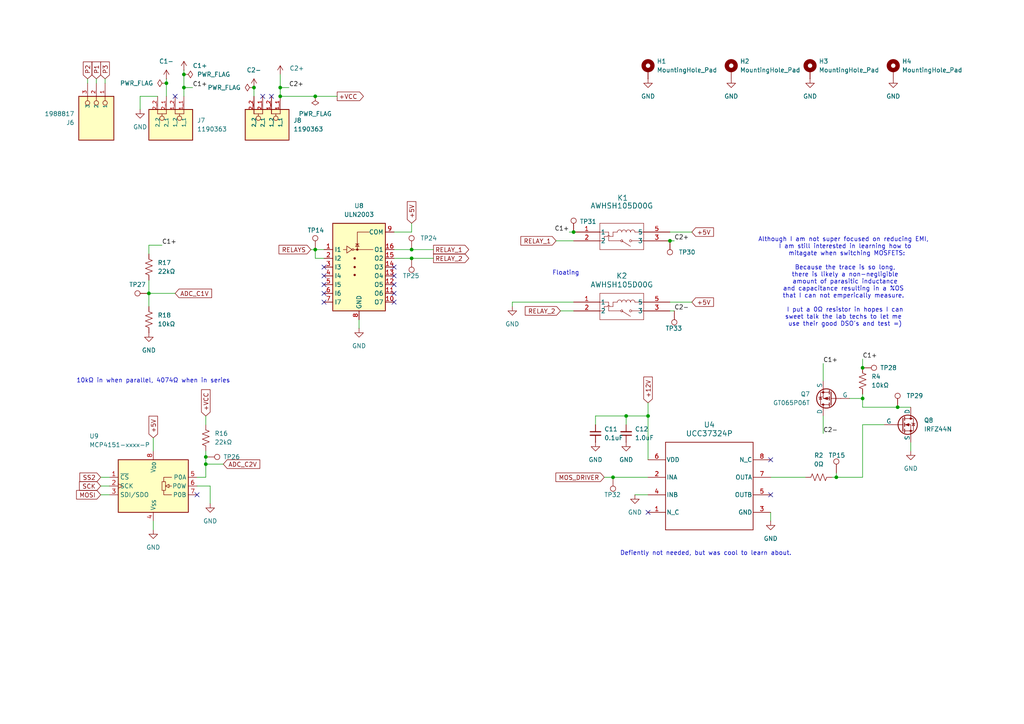
<source format=kicad_sch>
(kicad_sch
	(version 20231120)
	(generator "eeschema")
	(generator_version "8.0")
	(uuid "629a588e-4d50-490a-bdcc-80335559bb4d")
	(paper "A4")
	(title_block
		(title "Accumulator Circuitry")
		(date "2024-09-17")
		(rev "3")
		(company "Andrew Fischer")
	)
	(lib_symbols
		(symbol "1988817:1988817"
			(pin_names
				(offset 1.016)
			)
			(exclude_from_sim no)
			(in_bom yes)
			(on_board yes)
			(property "Reference" "J"
				(at -6.85 5.08 0)
				(effects
					(font
						(size 1.27 1.27)
					)
					(justify left bottom)
				)
			)
			(property "Value" "1988817"
				(at -6.35 -7.62 0)
				(effects
					(font
						(size 1.27 1.27)
					)
					(justify left bottom)
				)
			)
			(property "Footprint" "1988817:PHOENIX_1988817"
				(at 0 0 0)
				(effects
					(font
						(size 1.27 1.27)
					)
					(justify bottom)
					(hide yes)
				)
			)
			(property "Datasheet" ""
				(at 0 0 0)
				(effects
					(font
						(size 1.27 1.27)
					)
					(hide yes)
				)
			)
			(property "Description" ""
				(at 0 0 0)
				(effects
					(font
						(size 1.27 1.27)
					)
					(hide yes)
				)
			)
			(property "MANUFACTURER" "PHOENIX"
				(at 0 0 0)
				(effects
					(font
						(size 1.27 1.27)
					)
					(justify bottom)
					(hide yes)
				)
			)
			(symbol "1988817_0_0"
				(rectangle
					(start -6.35 -5.08)
					(end 6.35 5.08)
					(stroke
						(width 0.254)
						(type default)
					)
					(fill
						(type background)
					)
				)
				(circle
					(center -4.445 -2.54)
					(radius 0.635)
					(stroke
						(width 0.1524)
						(type default)
					)
					(fill
						(type none)
					)
				)
				(circle
					(center -4.445 0)
					(radius 0.635)
					(stroke
						(width 0.1524)
						(type default)
					)
					(fill
						(type none)
					)
				)
				(circle
					(center -4.445 2.54)
					(radius 0.635)
					(stroke
						(width 0.1524)
						(type default)
					)
					(fill
						(type none)
					)
				)
				(pin passive line
					(at -10.16 2.54 0)
					(length 5.08)
					(name "1"
						(effects
							(font
								(size 1.016 1.016)
							)
						)
					)
					(number "1"
						(effects
							(font
								(size 1.016 1.016)
							)
						)
					)
				)
				(pin passive line
					(at -10.16 0 0)
					(length 5.08)
					(name "2"
						(effects
							(font
								(size 1.016 1.016)
							)
						)
					)
					(number "2"
						(effects
							(font
								(size 1.016 1.016)
							)
						)
					)
				)
				(pin passive line
					(at -10.16 -2.54 0)
					(length 5.08)
					(name "3"
						(effects
							(font
								(size 1.016 1.016)
							)
						)
					)
					(number "3"
						(effects
							(font
								(size 1.016 1.016)
							)
						)
					)
				)
			)
		)
		(symbol "Connector:TestPoint"
			(pin_numbers hide)
			(pin_names
				(offset 0.762) hide)
			(exclude_from_sim no)
			(in_bom yes)
			(on_board yes)
			(property "Reference" "TP"
				(at 0 6.858 0)
				(effects
					(font
						(size 1.27 1.27)
					)
				)
			)
			(property "Value" "TestPoint"
				(at 0 5.08 0)
				(effects
					(font
						(size 1.27 1.27)
					)
				)
			)
			(property "Footprint" ""
				(at 5.08 0 0)
				(effects
					(font
						(size 1.27 1.27)
					)
					(hide yes)
				)
			)
			(property "Datasheet" "~"
				(at 5.08 0 0)
				(effects
					(font
						(size 1.27 1.27)
					)
					(hide yes)
				)
			)
			(property "Description" "test point"
				(at 0 0 0)
				(effects
					(font
						(size 1.27 1.27)
					)
					(hide yes)
				)
			)
			(property "ki_keywords" "test point tp"
				(at 0 0 0)
				(effects
					(font
						(size 1.27 1.27)
					)
					(hide yes)
				)
			)
			(property "ki_fp_filters" "Pin* Test*"
				(at 0 0 0)
				(effects
					(font
						(size 1.27 1.27)
					)
					(hide yes)
				)
			)
			(symbol "TestPoint_0_1"
				(circle
					(center 0 3.302)
					(radius 0.762)
					(stroke
						(width 0)
						(type default)
					)
					(fill
						(type none)
					)
				)
			)
			(symbol "TestPoint_1_1"
				(pin passive line
					(at 0 0 90)
					(length 2.54)
					(name "1"
						(effects
							(font
								(size 1.27 1.27)
							)
						)
					)
					(number "1"
						(effects
							(font
								(size 1.27 1.27)
							)
						)
					)
				)
			)
		)
		(symbol "Device:C_Small"
			(pin_numbers hide)
			(pin_names
				(offset 0.254) hide)
			(exclude_from_sim no)
			(in_bom yes)
			(on_board yes)
			(property "Reference" "C"
				(at 0.254 1.778 0)
				(effects
					(font
						(size 1.27 1.27)
					)
					(justify left)
				)
			)
			(property "Value" "C_Small"
				(at 0.254 -2.032 0)
				(effects
					(font
						(size 1.27 1.27)
					)
					(justify left)
				)
			)
			(property "Footprint" ""
				(at 0 0 0)
				(effects
					(font
						(size 1.27 1.27)
					)
					(hide yes)
				)
			)
			(property "Datasheet" "~"
				(at 0 0 0)
				(effects
					(font
						(size 1.27 1.27)
					)
					(hide yes)
				)
			)
			(property "Description" "Unpolarized capacitor, small symbol"
				(at 0 0 0)
				(effects
					(font
						(size 1.27 1.27)
					)
					(hide yes)
				)
			)
			(property "ki_keywords" "capacitor cap"
				(at 0 0 0)
				(effects
					(font
						(size 1.27 1.27)
					)
					(hide yes)
				)
			)
			(property "ki_fp_filters" "C_*"
				(at 0 0 0)
				(effects
					(font
						(size 1.27 1.27)
					)
					(hide yes)
				)
			)
			(symbol "C_Small_0_1"
				(polyline
					(pts
						(xy -1.524 -0.508) (xy 1.524 -0.508)
					)
					(stroke
						(width 0.3302)
						(type default)
					)
					(fill
						(type none)
					)
				)
				(polyline
					(pts
						(xy -1.524 0.508) (xy 1.524 0.508)
					)
					(stroke
						(width 0.3048)
						(type default)
					)
					(fill
						(type none)
					)
				)
			)
			(symbol "C_Small_1_1"
				(pin passive line
					(at 0 2.54 270)
					(length 2.032)
					(name "~"
						(effects
							(font
								(size 1.27 1.27)
							)
						)
					)
					(number "1"
						(effects
							(font
								(size 1.27 1.27)
							)
						)
					)
				)
				(pin passive line
					(at 0 -2.54 90)
					(length 2.032)
					(name "~"
						(effects
							(font
								(size 1.27 1.27)
							)
						)
					)
					(number "2"
						(effects
							(font
								(size 1.27 1.27)
							)
						)
					)
				)
			)
		)
		(symbol "Device:R_US"
			(pin_numbers hide)
			(pin_names
				(offset 0)
			)
			(exclude_from_sim no)
			(in_bom yes)
			(on_board yes)
			(property "Reference" "R"
				(at 2.54 0 90)
				(effects
					(font
						(size 1.27 1.27)
					)
				)
			)
			(property "Value" "R_US"
				(at -2.54 0 90)
				(effects
					(font
						(size 1.27 1.27)
					)
				)
			)
			(property "Footprint" ""
				(at 1.016 -0.254 90)
				(effects
					(font
						(size 1.27 1.27)
					)
					(hide yes)
				)
			)
			(property "Datasheet" "~"
				(at 0 0 0)
				(effects
					(font
						(size 1.27 1.27)
					)
					(hide yes)
				)
			)
			(property "Description" "Resistor, US symbol"
				(at 0 0 0)
				(effects
					(font
						(size 1.27 1.27)
					)
					(hide yes)
				)
			)
			(property "ki_keywords" "R res resistor"
				(at 0 0 0)
				(effects
					(font
						(size 1.27 1.27)
					)
					(hide yes)
				)
			)
			(property "ki_fp_filters" "R_*"
				(at 0 0 0)
				(effects
					(font
						(size 1.27 1.27)
					)
					(hide yes)
				)
			)
			(symbol "R_US_0_1"
				(polyline
					(pts
						(xy 0 -2.286) (xy 0 -2.54)
					)
					(stroke
						(width 0)
						(type default)
					)
					(fill
						(type none)
					)
				)
				(polyline
					(pts
						(xy 0 2.286) (xy 0 2.54)
					)
					(stroke
						(width 0)
						(type default)
					)
					(fill
						(type none)
					)
				)
				(polyline
					(pts
						(xy 0 -0.762) (xy 1.016 -1.143) (xy 0 -1.524) (xy -1.016 -1.905) (xy 0 -2.286)
					)
					(stroke
						(width 0)
						(type default)
					)
					(fill
						(type none)
					)
				)
				(polyline
					(pts
						(xy 0 0.762) (xy 1.016 0.381) (xy 0 0) (xy -1.016 -0.381) (xy 0 -0.762)
					)
					(stroke
						(width 0)
						(type default)
					)
					(fill
						(type none)
					)
				)
				(polyline
					(pts
						(xy 0 2.286) (xy 1.016 1.905) (xy 0 1.524) (xy -1.016 1.143) (xy 0 0.762)
					)
					(stroke
						(width 0)
						(type default)
					)
					(fill
						(type none)
					)
				)
			)
			(symbol "R_US_1_1"
				(pin passive line
					(at 0 3.81 270)
					(length 1.27)
					(name "~"
						(effects
							(font
								(size 1.27 1.27)
							)
						)
					)
					(number "1"
						(effects
							(font
								(size 1.27 1.27)
							)
						)
					)
				)
				(pin passive line
					(at 0 -3.81 90)
					(length 1.27)
					(name "~"
						(effects
							(font
								(size 1.27 1.27)
							)
						)
					)
					(number "2"
						(effects
							(font
								(size 1.27 1.27)
							)
						)
					)
				)
			)
		)
		(symbol "Mechanical:MountingHole_Pad"
			(pin_numbers hide)
			(pin_names
				(offset 1.016) hide)
			(exclude_from_sim yes)
			(in_bom no)
			(on_board yes)
			(property "Reference" "H"
				(at 0 6.35 0)
				(effects
					(font
						(size 1.27 1.27)
					)
				)
			)
			(property "Value" "MountingHole_Pad"
				(at 0 4.445 0)
				(effects
					(font
						(size 1.27 1.27)
					)
				)
			)
			(property "Footprint" ""
				(at 0 0 0)
				(effects
					(font
						(size 1.27 1.27)
					)
					(hide yes)
				)
			)
			(property "Datasheet" "~"
				(at 0 0 0)
				(effects
					(font
						(size 1.27 1.27)
					)
					(hide yes)
				)
			)
			(property "Description" "Mounting Hole with connection"
				(at 0 0 0)
				(effects
					(font
						(size 1.27 1.27)
					)
					(hide yes)
				)
			)
			(property "ki_keywords" "mounting hole"
				(at 0 0 0)
				(effects
					(font
						(size 1.27 1.27)
					)
					(hide yes)
				)
			)
			(property "ki_fp_filters" "MountingHole*Pad*"
				(at 0 0 0)
				(effects
					(font
						(size 1.27 1.27)
					)
					(hide yes)
				)
			)
			(symbol "MountingHole_Pad_0_1"
				(circle
					(center 0 1.27)
					(radius 1.27)
					(stroke
						(width 1.27)
						(type default)
					)
					(fill
						(type none)
					)
				)
			)
			(symbol "MountingHole_Pad_1_1"
				(pin input line
					(at 0 -2.54 90)
					(length 2.54)
					(name "1"
						(effects
							(font
								(size 1.27 1.27)
							)
						)
					)
					(number "1"
						(effects
							(font
								(size 1.27 1.27)
							)
						)
					)
				)
			)
		)
		(symbol "NMOS_1"
			(pin_numbers hide)
			(pin_names
				(offset 0)
			)
			(exclude_from_sim no)
			(in_bom yes)
			(on_board yes)
			(property "Reference" "Q3"
				(at 6.35 1.2701 0)
				(effects
					(font
						(size 1.27 1.27)
					)
					(justify left)
				)
			)
			(property "Value" "IRFZ44N"
				(at 6.35 -1.2699 0)
				(effects
					(font
						(size 1.27 1.27)
					)
					(justify left)
				)
			)
			(property "Footprint" "Package_TO_SOT_THT:TO-220-3_Vertical"
				(at 5.08 2.54 0)
				(effects
					(font
						(size 1.27 1.27)
					)
					(hide yes)
				)
			)
			(property "Datasheet" "https://ngspice.sourceforge.io/docs/ngspice-html-manual/manual.xhtml#cha_MOSFETs"
				(at 0 -12.7 0)
				(effects
					(font
						(size 1.27 1.27)
					)
					(hide yes)
				)
			)
			(property "Description" "N-MOSFET transistor, drain/source/gate"
				(at 0 0 0)
				(effects
					(font
						(size 1.27 1.27)
					)
					(hide yes)
				)
			)
			(property "Sim.Device" "NMOS"
				(at 0 -17.145 0)
				(effects
					(font
						(size 1.27 1.27)
					)
					(hide yes)
				)
			)
			(property "Sim.Type" "VDMOS"
				(at 0 -19.05 0)
				(effects
					(font
						(size 1.27 1.27)
					)
					(hide yes)
				)
			)
			(property "Sim.Pins" "1=D 2=G 3=S"
				(at 0 -15.24 0)
				(effects
					(font
						(size 1.27 1.27)
					)
					(hide yes)
				)
			)
			(property "ki_keywords" "transistor NMOS N-MOS N-MOSFET simulation"
				(at 0 0 0)
				(effects
					(font
						(size 1.27 1.27)
					)
					(hide yes)
				)
			)
			(symbol "NMOS_1_0_1"
				(polyline
					(pts
						(xy 0.254 0) (xy -2.54 0)
					)
					(stroke
						(width 0)
						(type default)
					)
					(fill
						(type none)
					)
				)
				(polyline
					(pts
						(xy 0.254 1.905) (xy 0.254 -1.905)
					)
					(stroke
						(width 0.254)
						(type default)
					)
					(fill
						(type none)
					)
				)
				(polyline
					(pts
						(xy 0.762 -1.27) (xy 0.762 -2.286)
					)
					(stroke
						(width 0.254)
						(type default)
					)
					(fill
						(type none)
					)
				)
				(polyline
					(pts
						(xy 0.762 0.508) (xy 0.762 -0.508)
					)
					(stroke
						(width 0.254)
						(type default)
					)
					(fill
						(type none)
					)
				)
				(polyline
					(pts
						(xy 0.762 2.286) (xy 0.762 1.27)
					)
					(stroke
						(width 0.254)
						(type default)
					)
					(fill
						(type none)
					)
				)
				(polyline
					(pts
						(xy 2.54 2.54) (xy 2.54 1.778)
					)
					(stroke
						(width 0)
						(type default)
					)
					(fill
						(type none)
					)
				)
				(polyline
					(pts
						(xy 2.54 -2.54) (xy 2.54 0) (xy 0.762 0)
					)
					(stroke
						(width 0)
						(type default)
					)
					(fill
						(type none)
					)
				)
				(polyline
					(pts
						(xy 0.762 -1.778) (xy 3.302 -1.778) (xy 3.302 1.778) (xy 0.762 1.778)
					)
					(stroke
						(width 0)
						(type default)
					)
					(fill
						(type none)
					)
				)
				(polyline
					(pts
						(xy 1.016 0) (xy 2.032 0.381) (xy 2.032 -0.381) (xy 1.016 0)
					)
					(stroke
						(width 0)
						(type default)
					)
					(fill
						(type outline)
					)
				)
				(polyline
					(pts
						(xy 2.794 0.508) (xy 2.921 0.381) (xy 3.683 0.381) (xy 3.81 0.254)
					)
					(stroke
						(width 0)
						(type default)
					)
					(fill
						(type none)
					)
				)
				(polyline
					(pts
						(xy 3.302 0.381) (xy 2.921 -0.254) (xy 3.683 -0.254) (xy 3.302 0.381)
					)
					(stroke
						(width 0)
						(type default)
					)
					(fill
						(type none)
					)
				)
				(circle
					(center 1.651 0)
					(radius 2.794)
					(stroke
						(width 0.254)
						(type default)
					)
					(fill
						(type none)
					)
				)
				(circle
					(center 2.54 -1.778)
					(radius 0.254)
					(stroke
						(width 0)
						(type default)
					)
					(fill
						(type outline)
					)
				)
				(circle
					(center 2.54 1.778)
					(radius 0.254)
					(stroke
						(width 0)
						(type default)
					)
					(fill
						(type outline)
					)
				)
			)
			(symbol "NMOS_1_1_1"
				(pin input line
					(at -5.08 0 0)
					(length 2.54)
					(name "G"
						(effects
							(font
								(size 1.27 1.27)
							)
						)
					)
					(number "1"
						(effects
							(font
								(size 1.27 1.27)
							)
						)
					)
				)
				(pin passive line
					(at 2.54 5.08 270)
					(length 2.54)
					(name "D"
						(effects
							(font
								(size 1.27 1.27)
							)
						)
					)
					(number "2"
						(effects
							(font
								(size 1.27 1.27)
							)
						)
					)
				)
				(pin passive line
					(at 2.54 -5.08 90)
					(length 2.54)
					(name "S"
						(effects
							(font
								(size 1.27 1.27)
							)
						)
					)
					(number "3"
						(effects
							(font
								(size 1.27 1.27)
							)
						)
					)
				)
			)
		)
		(symbol "Potentiometer_Digital:MCP4151-xxxx-P"
			(exclude_from_sim no)
			(in_bom yes)
			(on_board yes)
			(property "Reference" "U"
				(at 2.54 11.43 0)
				(effects
					(font
						(size 1.27 1.27)
					)
					(justify left)
				)
			)
			(property "Value" "MCP4151-xxxx-P"
				(at 2.54 8.89 0)
				(effects
					(font
						(size 1.27 1.27)
					)
					(justify left)
				)
			)
			(property "Footprint" "Package_DIP:DIP-8_W7.62mm"
				(at 0 -20.32 0)
				(effects
					(font
						(size 1.27 1.27)
					)
					(hide yes)
				)
			)
			(property "Datasheet" "https://ww1.microchip.com/downloads/aemDocuments/documents/OTH/ProductDocuments/DataSheets/22060b.pdf"
				(at 0 -22.86 0)
				(effects
					(font
						(size 1.27 1.27)
					)
					(hide yes)
				)
			)
			(property "Description" "Single Digital Potentiometer, SPI interface, 257 taps, 5/10/50/100 kohm, volatile memory"
				(at 0 -25.4 0)
				(effects
					(font
						(size 1.27 1.27)
					)
					(hide yes)
				)
			)
			(property "ki_keywords" "digipot RAM 8-bit 8bit"
				(at 0 0 0)
				(effects
					(font
						(size 1.27 1.27)
					)
					(hide yes)
				)
			)
			(property "ki_fp_filters" "DIP?8*W7.62mm*"
				(at 0 0 0)
				(effects
					(font
						(size 1.27 1.27)
					)
					(hide yes)
				)
			)
			(symbol "MCP4151-xxxx-P_0_0"
				(pin input line
					(at -12.7 2.54 0)
					(length 2.54)
					(name "~{CS}"
						(effects
							(font
								(size 1.27 1.27)
							)
						)
					)
					(number "1"
						(effects
							(font
								(size 1.27 1.27)
							)
						)
					)
				)
				(pin input clock
					(at -12.7 0 0)
					(length 2.54)
					(name "SCK"
						(effects
							(font
								(size 1.27 1.27)
							)
						)
					)
					(number "2"
						(effects
							(font
								(size 1.27 1.27)
							)
						)
					)
				)
				(pin bidirectional line
					(at -12.7 -2.54 0)
					(length 2.54)
					(name "SDI/SDO"
						(effects
							(font
								(size 1.27 1.27)
							)
						)
					)
					(number "3"
						(effects
							(font
								(size 1.27 1.27)
							)
						)
					)
				)
				(pin power_in line
					(at 0 -10.16 90)
					(length 2.54)
					(name "V_{SS}"
						(effects
							(font
								(size 1.27 1.27)
							)
						)
					)
					(number "4"
						(effects
							(font
								(size 1.27 1.27)
							)
						)
					)
				)
				(pin passive line
					(at 12.7 2.54 180)
					(length 2.54)
					(name "P0A"
						(effects
							(font
								(size 1.27 1.27)
							)
						)
					)
					(number "5"
						(effects
							(font
								(size 1.27 1.27)
							)
						)
					)
				)
				(pin passive line
					(at 12.7 0 180)
					(length 2.54)
					(name "P0W"
						(effects
							(font
								(size 1.27 1.27)
							)
						)
					)
					(number "6"
						(effects
							(font
								(size 1.27 1.27)
							)
						)
					)
				)
				(pin passive line
					(at 12.7 -2.54 180)
					(length 2.54)
					(name "P0B"
						(effects
							(font
								(size 1.27 1.27)
							)
						)
					)
					(number "7"
						(effects
							(font
								(size 1.27 1.27)
							)
						)
					)
				)
				(pin power_in line
					(at 0 10.16 270)
					(length 2.54)
					(name "V_{DD}"
						(effects
							(font
								(size 1.27 1.27)
							)
						)
					)
					(number "8"
						(effects
							(font
								(size 1.27 1.27)
							)
						)
					)
				)
			)
			(symbol "MCP4151-xxxx-P_0_1"
				(polyline
					(pts
						(xy 4.572 0) (xy 5.334 0)
					)
					(stroke
						(width 0)
						(type default)
					)
					(fill
						(type none)
					)
				)
				(polyline
					(pts
						(xy 3.048 -1.27) (xy 3.048 -2.54) (xy 5.334 -2.54)
					)
					(stroke
						(width 0)
						(type default)
					)
					(fill
						(type none)
					)
				)
				(polyline
					(pts
						(xy 5.334 2.54) (xy 3.048 2.54) (xy 3.048 1.27)
					)
					(stroke
						(width 0)
						(type default)
					)
					(fill
						(type none)
					)
				)
				(polyline
					(pts
						(xy 4.572 0.508) (xy 3.556 0) (xy 4.572 -0.508) (xy 4.572 0.508)
					)
					(stroke
						(width 0)
						(type default)
					)
					(fill
						(type none)
					)
				)
				(rectangle
					(start 2.54 1.27)
					(end 3.556 -1.27)
					(stroke
						(width 0)
						(type default)
					)
					(fill
						(type none)
					)
				)
			)
			(symbol "MCP4151-xxxx-P_1_1"
				(rectangle
					(start -10.16 7.62)
					(end 10.16 -7.62)
					(stroke
						(width 0.254)
						(type default)
					)
					(fill
						(type background)
					)
				)
			)
		)
		(symbol "Relay_AWHSH105D00G:AWHSH105D00G"
			(pin_names
				(offset 0.254)
			)
			(exclude_from_sim no)
			(in_bom yes)
			(on_board yes)
			(property "Reference" "K"
				(at 13.97 7.62 0)
				(effects
					(font
						(size 1.524 1.524)
					)
				)
			)
			(property "Value" "AWHSH105D00G"
				(at 20.32 7.62 0)
				(effects
					(font
						(size 1.524 1.524)
					)
				)
			)
			(property "Footprint" "AWHSH1xxD00G_AMP"
				(at 0 0 0)
				(effects
					(font
						(size 1.27 1.27)
						(italic yes)
					)
					(hide yes)
				)
			)
			(property "Datasheet" "AWHSH105D00G"
				(at 0 0 0)
				(effects
					(font
						(size 1.27 1.27)
						(italic yes)
					)
					(hide yes)
				)
			)
			(property "Description" ""
				(at 0 0 0)
				(effects
					(font
						(size 1.27 1.27)
					)
					(hide yes)
				)
			)
			(property "ki_locked" ""
				(at 0 0 0)
				(effects
					(font
						(size 1.27 1.27)
					)
				)
			)
			(property "ki_keywords" "AWHSH105D00G"
				(at 0 0 0)
				(effects
					(font
						(size 1.27 1.27)
					)
					(hide yes)
				)
			)
			(property "ki_fp_filters" "AWHSH1xxD00G_AMP"
				(at 0 0 0)
				(effects
					(font
						(size 1.27 1.27)
					)
					(hide yes)
				)
			)
			(symbol "AWHSH105D00G_0_1"
				(polyline
					(pts
						(xy 7.62 -5.08) (xy 20.32 -5.08)
					)
					(stroke
						(width 0.127)
						(type default)
					)
					(fill
						(type none)
					)
				)
				(polyline
					(pts
						(xy 7.62 -2.54) (xy 8.89 -2.54)
					)
					(stroke
						(width 0.127)
						(type default)
					)
					(fill
						(type none)
					)
				)
				(polyline
					(pts
						(xy 7.62 0) (xy 10.16 0)
					)
					(stroke
						(width 0.127)
						(type default)
					)
					(fill
						(type none)
					)
				)
				(polyline
					(pts
						(xy 7.62 2.54) (xy 7.62 -5.08)
					)
					(stroke
						(width 0.127)
						(type default)
					)
					(fill
						(type none)
					)
				)
				(polyline
					(pts
						(xy 8.89 -2.54) (xy 8.89 -1.27)
					)
					(stroke
						(width 0.127)
						(type default)
					)
					(fill
						(type none)
					)
				)
				(polyline
					(pts
						(xy 8.89 -1.27) (xy 9.8425 -1.27)
					)
					(stroke
						(width 0.127)
						(type default)
					)
					(fill
						(type none)
					)
				)
				(polyline
					(pts
						(xy 10.16 -2.54) (xy 13.6525 -2.54)
					)
					(stroke
						(width 0.127)
						(type default)
					)
					(fill
						(type none)
					)
				)
				(polyline
					(pts
						(xy 10.16 0) (xy 10.16 -2.54)
					)
					(stroke
						(width 0.127)
						(type default)
					)
					(fill
						(type none)
					)
				)
				(polyline
					(pts
						(xy 11.43 -1.27) (xy 10.4775 -1.27)
					)
					(stroke
						(width 0.127)
						(type default)
					)
					(fill
						(type none)
					)
				)
				(polyline
					(pts
						(xy 11.43 -1.27) (xy 11.43 0)
					)
					(stroke
						(width 0.127)
						(type default)
					)
					(fill
						(type none)
					)
				)
				(polyline
					(pts
						(xy 11.43 0) (xy 12.7 0)
					)
					(stroke
						(width 0.127)
						(type default)
					)
					(fill
						(type none)
					)
				)
				(polyline
					(pts
						(xy 13.97 -2.54) (xy 16.51 -4.1275)
					)
					(stroke
						(width 0.127)
						(type default)
					)
					(fill
						(type none)
					)
				)
				(polyline
					(pts
						(xy 17.78 0) (xy 20.32 0)
					)
					(stroke
						(width 0.127)
						(type default)
					)
					(fill
						(type none)
					)
				)
				(polyline
					(pts
						(xy 20.32 -5.08) (xy 20.32 2.54)
					)
					(stroke
						(width 0.127)
						(type default)
					)
					(fill
						(type none)
					)
				)
				(polyline
					(pts
						(xy 20.32 -2.54) (xy 16.8275 -2.54)
					)
					(stroke
						(width 0.127)
						(type default)
					)
					(fill
						(type none)
					)
				)
				(polyline
					(pts
						(xy 20.32 2.54) (xy 7.62 2.54)
					)
					(stroke
						(width 0.127)
						(type default)
					)
					(fill
						(type none)
					)
				)
				(arc
					(start 10.4648 -1.27)
					(mid 10.16 -0.9665)
					(end 9.8552 -1.27)
					(stroke
						(width 0.127)
						(type default)
					)
					(fill
						(type none)
					)
				)
				(circle
					(center 13.97 -2.54)
					(radius 0.3048)
					(stroke
						(width 0.127)
						(type default)
					)
					(fill
						(type none)
					)
				)
				(arc
					(start 13.97 0)
					(mid 13.335 0.6323)
					(end 12.7 0)
					(stroke
						(width 0.127)
						(type default)
					)
					(fill
						(type none)
					)
				)
				(arc
					(start 15.24 0)
					(mid 14.605 0.6323)
					(end 13.97 0)
					(stroke
						(width 0.127)
						(type default)
					)
					(fill
						(type none)
					)
				)
				(circle
					(center 16.51 -2.54)
					(radius 0.3048)
					(stroke
						(width 0.127)
						(type default)
					)
					(fill
						(type none)
					)
				)
				(arc
					(start 16.51 0)
					(mid 15.875 0.6323)
					(end 15.24 0)
					(stroke
						(width 0.127)
						(type default)
					)
					(fill
						(type none)
					)
				)
				(arc
					(start 17.78 0)
					(mid 17.145 0.6323)
					(end 16.51 0)
					(stroke
						(width 0.127)
						(type default)
					)
					(fill
						(type none)
					)
				)
				(pin unspecified line
					(at 0 0 0)
					(length 7.62)
					(name "1"
						(effects
							(font
								(size 1.27 1.27)
							)
						)
					)
					(number "1"
						(effects
							(font
								(size 1.27 1.27)
							)
						)
					)
				)
				(pin unspecified line
					(at 0 -2.54 0)
					(length 7.62)
					(name "2"
						(effects
							(font
								(size 1.27 1.27)
							)
						)
					)
					(number "2"
						(effects
							(font
								(size 1.27 1.27)
							)
						)
					)
				)
				(pin unspecified line
					(at 27.94 -2.54 180)
					(length 7.62)
					(name "3"
						(effects
							(font
								(size 1.27 1.27)
							)
						)
					)
					(number "3"
						(effects
							(font
								(size 1.27 1.27)
							)
						)
					)
				)
				(pin unspecified line
					(at 27.94 0 180)
					(length 7.62)
					(name "5"
						(effects
							(font
								(size 1.27 1.27)
							)
						)
					)
					(number "5"
						(effects
							(font
								(size 1.27 1.27)
							)
						)
					)
				)
			)
		)
		(symbol "Simulation_SPICE:PMOS"
			(pin_numbers hide)
			(pin_names
				(offset 0)
			)
			(exclude_from_sim no)
			(in_bom yes)
			(on_board yes)
			(property "Reference" "Q7"
				(at 6.35 -1.2701 0)
				(effects
					(font
						(size 1.27 1.27)
					)
					(justify left)
				)
			)
			(property "Value" "GT065P06T"
				(at 6.35 1.2699 0)
				(effects
					(font
						(size 1.27 1.27)
					)
					(justify left)
				)
			)
			(property "Footprint" "Package_TO_SOT_THT:TO-220-3_Vertical"
				(at 5.08 2.54 0)
				(effects
					(font
						(size 1.27 1.27)
					)
					(hide yes)
				)
			)
			(property "Datasheet" "https://ngspice.sourceforge.io/docs/ngspice-html-manual/manual.xhtml#cha_MOSFETs"
				(at 0 -12.7 0)
				(effects
					(font
						(size 1.27 1.27)
					)
					(hide yes)
				)
			)
			(property "Description" "P-MOSFET transistor, drain/source/gate"
				(at 0 0 0)
				(effects
					(font
						(size 1.27 1.27)
					)
					(hide yes)
				)
			)
			(property "Sim.Device" "PMOS"
				(at 0 -17.145 0)
				(effects
					(font
						(size 1.27 1.27)
					)
					(hide yes)
				)
			)
			(property "Sim.Type" "VDMOS"
				(at 0 -19.05 0)
				(effects
					(font
						(size 1.27 1.27)
					)
					(hide yes)
				)
			)
			(property "Sim.Pins" "1=D 2=G 3=S"
				(at 0 -15.24 0)
				(effects
					(font
						(size 1.27 1.27)
					)
					(hide yes)
				)
			)
			(property "ki_keywords" "transistor PMOS P-MOS P-MOSFET simulation"
				(at 0 0 0)
				(effects
					(font
						(size 1.27 1.27)
					)
					(hide yes)
				)
			)
			(symbol "PMOS_0_1"
				(polyline
					(pts
						(xy 0.254 0) (xy -2.54 0)
					)
					(stroke
						(width 0)
						(type default)
					)
					(fill
						(type none)
					)
				)
				(polyline
					(pts
						(xy 0.254 1.905) (xy 0.254 -1.905)
					)
					(stroke
						(width 0.254)
						(type default)
					)
					(fill
						(type none)
					)
				)
				(polyline
					(pts
						(xy 0.762 -1.27) (xy 0.762 -2.286)
					)
					(stroke
						(width 0.254)
						(type default)
					)
					(fill
						(type none)
					)
				)
				(polyline
					(pts
						(xy 0.762 0.508) (xy 0.762 -0.508)
					)
					(stroke
						(width 0.254)
						(type default)
					)
					(fill
						(type none)
					)
				)
				(polyline
					(pts
						(xy 0.762 2.286) (xy 0.762 1.27)
					)
					(stroke
						(width 0.254)
						(type default)
					)
					(fill
						(type none)
					)
				)
				(polyline
					(pts
						(xy 2.54 2.54) (xy 2.54 1.778)
					)
					(stroke
						(width 0)
						(type default)
					)
					(fill
						(type none)
					)
				)
				(polyline
					(pts
						(xy 2.54 -2.54) (xy 2.54 0) (xy 0.762 0)
					)
					(stroke
						(width 0)
						(type default)
					)
					(fill
						(type none)
					)
				)
				(polyline
					(pts
						(xy 0.762 1.778) (xy 3.302 1.778) (xy 3.302 -1.778) (xy 0.762 -1.778)
					)
					(stroke
						(width 0)
						(type default)
					)
					(fill
						(type none)
					)
				)
				(polyline
					(pts
						(xy 2.286 0) (xy 1.27 0.381) (xy 1.27 -0.381) (xy 2.286 0)
					)
					(stroke
						(width 0)
						(type default)
					)
					(fill
						(type outline)
					)
				)
				(polyline
					(pts
						(xy 2.794 -0.508) (xy 2.921 -0.381) (xy 3.683 -0.381) (xy 3.81 -0.254)
					)
					(stroke
						(width 0)
						(type default)
					)
					(fill
						(type none)
					)
				)
				(polyline
					(pts
						(xy 3.302 -0.381) (xy 2.921 0.254) (xy 3.683 0.254) (xy 3.302 -0.381)
					)
					(stroke
						(width 0)
						(type default)
					)
					(fill
						(type none)
					)
				)
				(circle
					(center 1.651 0)
					(radius 2.794)
					(stroke
						(width 0.254)
						(type default)
					)
					(fill
						(type none)
					)
				)
				(circle
					(center 2.54 -1.778)
					(radius 0.254)
					(stroke
						(width 0)
						(type default)
					)
					(fill
						(type outline)
					)
				)
				(circle
					(center 2.54 1.778)
					(radius 0.254)
					(stroke
						(width 0)
						(type default)
					)
					(fill
						(type outline)
					)
				)
			)
			(symbol "PMOS_1_1"
				(pin input line
					(at -5.08 0 0)
					(length 2.54)
					(name "G"
						(effects
							(font
								(size 1.27 1.27)
							)
						)
					)
					(number "1"
						(effects
							(font
								(size 1.27 1.27)
							)
						)
					)
				)
				(pin passive line
					(at 2.54 5.08 270)
					(length 2.54)
					(name "D"
						(effects
							(font
								(size 1.27 1.27)
							)
						)
					)
					(number "2"
						(effects
							(font
								(size 1.27 1.27)
							)
						)
					)
				)
				(pin passive line
					(at 2.54 -5.08 90)
					(length 2.54)
					(name "S"
						(effects
							(font
								(size 1.27 1.27)
							)
						)
					)
					(number "3"
						(effects
							(font
								(size 1.27 1.27)
							)
						)
					)
				)
			)
		)
		(symbol "Terminal_1190363:1190363"
			(pin_names
				(offset 1.016)
			)
			(exclude_from_sim no)
			(in_bom yes)
			(on_board yes)
			(property "Reference" "J"
				(at -2.54 8.89 0)
				(effects
					(font
						(size 1.27 1.27)
					)
					(justify left bottom)
				)
			)
			(property "Value" "1190363"
				(at -2.54 -7.62 0)
				(effects
					(font
						(size 1.27 1.27)
					)
					(justify left bottom)
				)
			)
			(property "Footprint" "1190363:PHOENIX_1190363"
				(at 0 0 0)
				(effects
					(font
						(size 1.27 1.27)
					)
					(justify bottom)
					(hide yes)
				)
			)
			(property "Datasheet" ""
				(at 0 0 0)
				(effects
					(font
						(size 1.27 1.27)
					)
					(hide yes)
				)
			)
			(property "Description" ""
				(at 0 0 0)
				(effects
					(font
						(size 1.27 1.27)
					)
					(hide yes)
				)
			)
			(property "PARTREV" "03.11.2020"
				(at 0 0 0)
				(effects
					(font
						(size 1.27 1.27)
					)
					(justify bottom)
					(hide yes)
				)
			)
			(property "STANDARD" "Manufacturer Recommendations"
				(at 0 0 0)
				(effects
					(font
						(size 1.27 1.27)
					)
					(justify bottom)
					(hide yes)
				)
			)
			(property "MAXIMUM_PACKAGE_HEIGHT" "22.65mm"
				(at 0 0 0)
				(effects
					(font
						(size 1.27 1.27)
					)
					(justify bottom)
					(hide yes)
				)
			)
			(property "MANUFACTURER" "Phoenix Contact"
				(at 0 0 0)
				(effects
					(font
						(size 1.27 1.27)
					)
					(justify bottom)
					(hide yes)
				)
			)
			(symbol "1190363_0_0"
				(rectangle
					(start -3.81 -5.08)
					(end 5.08 7.62)
					(stroke
						(width 0.254)
						(type default)
					)
					(fill
						(type background)
					)
				)
				(circle
					(center -1.27 -1.27)
					(radius 0.635)
					(stroke
						(width 0.1524)
						(type default)
					)
					(fill
						(type none)
					)
				)
				(circle
					(center -1.27 3.81)
					(radius 0.635)
					(stroke
						(width 0.1524)
						(type default)
					)
					(fill
						(type none)
					)
				)
				(polyline
					(pts
						(xy -2.54 -1.27) (xy -2.54 -2.54)
					)
					(stroke
						(width 0.1524)
						(type default)
					)
					(fill
						(type none)
					)
				)
				(polyline
					(pts
						(xy -2.54 -1.27) (xy -1.905 -1.27)
					)
					(stroke
						(width 0.1524)
						(type default)
					)
					(fill
						(type none)
					)
				)
				(polyline
					(pts
						(xy -2.54 0) (xy -2.54 -1.27)
					)
					(stroke
						(width 0.1524)
						(type default)
					)
					(fill
						(type none)
					)
				)
				(polyline
					(pts
						(xy -2.54 3.81) (xy -2.54 2.54)
					)
					(stroke
						(width 0.1524)
						(type default)
					)
					(fill
						(type none)
					)
				)
				(polyline
					(pts
						(xy -2.54 3.81) (xy -1.905 3.81)
					)
					(stroke
						(width 0.1524)
						(type default)
					)
					(fill
						(type none)
					)
				)
				(polyline
					(pts
						(xy -2.54 5.08) (xy -2.54 3.81)
					)
					(stroke
						(width 0.1524)
						(type default)
					)
					(fill
						(type none)
					)
				)
				(pin passive line
					(at -7.62 5.08 0)
					(length 5.08)
					(name "1_1"
						(effects
							(font
								(size 1.016 1.016)
							)
						)
					)
					(number "1_1"
						(effects
							(font
								(size 1.016 1.016)
							)
						)
					)
				)
				(pin passive line
					(at -7.62 2.54 0)
					(length 5.08)
					(name "1_2"
						(effects
							(font
								(size 1.016 1.016)
							)
						)
					)
					(number "1_2"
						(effects
							(font
								(size 1.016 1.016)
							)
						)
					)
				)
				(pin passive line
					(at -7.62 0 0)
					(length 5.08)
					(name "2_1"
						(effects
							(font
								(size 1.016 1.016)
							)
						)
					)
					(number "2_1"
						(effects
							(font
								(size 1.016 1.016)
							)
						)
					)
				)
				(pin passive line
					(at -7.62 -2.54 0)
					(length 5.08)
					(name "2_2"
						(effects
							(font
								(size 1.016 1.016)
							)
						)
					)
					(number "2_2"
						(effects
							(font
								(size 1.016 1.016)
							)
						)
					)
				)
			)
		)
		(symbol "Transistor_Array:ULN2003"
			(exclude_from_sim no)
			(in_bom yes)
			(on_board yes)
			(property "Reference" "U"
				(at 0 15.875 0)
				(effects
					(font
						(size 1.27 1.27)
					)
				)
			)
			(property "Value" "ULN2003"
				(at 0 13.97 0)
				(effects
					(font
						(size 1.27 1.27)
					)
				)
			)
			(property "Footprint" ""
				(at 1.27 -13.97 0)
				(effects
					(font
						(size 1.27 1.27)
					)
					(justify left)
					(hide yes)
				)
			)
			(property "Datasheet" "http://www.ti.com/lit/ds/symlink/uln2003a.pdf"
				(at 2.54 -5.08 0)
				(effects
					(font
						(size 1.27 1.27)
					)
					(hide yes)
				)
			)
			(property "Description" "High Voltage, High Current Darlington Transistor Arrays, SOIC16/SOIC16W/DIP16/TSSOP16"
				(at 0 0 0)
				(effects
					(font
						(size 1.27 1.27)
					)
					(hide yes)
				)
			)
			(property "ki_keywords" "darlington transistor array"
				(at 0 0 0)
				(effects
					(font
						(size 1.27 1.27)
					)
					(hide yes)
				)
			)
			(property "ki_fp_filters" "DIP*W7.62mm* SOIC*3.9x9.9mm*P1.27mm* SSOP*4.4x5.2mm*P0.65mm* TSSOP*4.4x5mm*P0.65mm* SOIC*W*5.3x10.2mm*P1.27mm*"
				(at 0 0 0)
				(effects
					(font
						(size 1.27 1.27)
					)
					(hide yes)
				)
			)
			(symbol "ULN2003_0_1"
				(rectangle
					(start -7.62 -12.7)
					(end 7.62 12.7)
					(stroke
						(width 0.254)
						(type default)
					)
					(fill
						(type background)
					)
				)
				(circle
					(center -1.778 5.08)
					(radius 0.254)
					(stroke
						(width 0)
						(type default)
					)
					(fill
						(type none)
					)
				)
				(circle
					(center -1.27 -2.286)
					(radius 0.254)
					(stroke
						(width 0)
						(type default)
					)
					(fill
						(type outline)
					)
				)
				(circle
					(center -1.27 0)
					(radius 0.254)
					(stroke
						(width 0)
						(type default)
					)
					(fill
						(type outline)
					)
				)
				(circle
					(center -1.27 2.54)
					(radius 0.254)
					(stroke
						(width 0)
						(type default)
					)
					(fill
						(type outline)
					)
				)
				(circle
					(center -0.508 5.08)
					(radius 0.254)
					(stroke
						(width 0)
						(type default)
					)
					(fill
						(type outline)
					)
				)
				(polyline
					(pts
						(xy -4.572 5.08) (xy -3.556 5.08)
					)
					(stroke
						(width 0)
						(type default)
					)
					(fill
						(type none)
					)
				)
				(polyline
					(pts
						(xy -1.524 5.08) (xy 4.064 5.08)
					)
					(stroke
						(width 0)
						(type default)
					)
					(fill
						(type none)
					)
				)
				(polyline
					(pts
						(xy 0 6.731) (xy -1.016 6.731)
					)
					(stroke
						(width 0)
						(type default)
					)
					(fill
						(type none)
					)
				)
				(polyline
					(pts
						(xy -0.508 5.08) (xy -0.508 10.16) (xy 2.921 10.16)
					)
					(stroke
						(width 0)
						(type default)
					)
					(fill
						(type none)
					)
				)
				(polyline
					(pts
						(xy -3.556 6.096) (xy -3.556 4.064) (xy -2.032 5.08) (xy -3.556 6.096)
					)
					(stroke
						(width 0)
						(type default)
					)
					(fill
						(type none)
					)
				)
				(polyline
					(pts
						(xy 0 5.969) (xy -1.016 5.969) (xy -0.508 6.731) (xy 0 5.969)
					)
					(stroke
						(width 0)
						(type default)
					)
					(fill
						(type none)
					)
				)
			)
			(symbol "ULN2003_1_1"
				(pin input line
					(at -10.16 5.08 0)
					(length 2.54)
					(name "I1"
						(effects
							(font
								(size 1.27 1.27)
							)
						)
					)
					(number "1"
						(effects
							(font
								(size 1.27 1.27)
							)
						)
					)
				)
				(pin open_collector line
					(at 10.16 -10.16 180)
					(length 2.54)
					(name "O7"
						(effects
							(font
								(size 1.27 1.27)
							)
						)
					)
					(number "10"
						(effects
							(font
								(size 1.27 1.27)
							)
						)
					)
				)
				(pin open_collector line
					(at 10.16 -7.62 180)
					(length 2.54)
					(name "O6"
						(effects
							(font
								(size 1.27 1.27)
							)
						)
					)
					(number "11"
						(effects
							(font
								(size 1.27 1.27)
							)
						)
					)
				)
				(pin open_collector line
					(at 10.16 -5.08 180)
					(length 2.54)
					(name "O5"
						(effects
							(font
								(size 1.27 1.27)
							)
						)
					)
					(number "12"
						(effects
							(font
								(size 1.27 1.27)
							)
						)
					)
				)
				(pin open_collector line
					(at 10.16 -2.54 180)
					(length 2.54)
					(name "O4"
						(effects
							(font
								(size 1.27 1.27)
							)
						)
					)
					(number "13"
						(effects
							(font
								(size 1.27 1.27)
							)
						)
					)
				)
				(pin open_collector line
					(at 10.16 0 180)
					(length 2.54)
					(name "O3"
						(effects
							(font
								(size 1.27 1.27)
							)
						)
					)
					(number "14"
						(effects
							(font
								(size 1.27 1.27)
							)
						)
					)
				)
				(pin open_collector line
					(at 10.16 2.54 180)
					(length 2.54)
					(name "O2"
						(effects
							(font
								(size 1.27 1.27)
							)
						)
					)
					(number "15"
						(effects
							(font
								(size 1.27 1.27)
							)
						)
					)
				)
				(pin open_collector line
					(at 10.16 5.08 180)
					(length 2.54)
					(name "O1"
						(effects
							(font
								(size 1.27 1.27)
							)
						)
					)
					(number "16"
						(effects
							(font
								(size 1.27 1.27)
							)
						)
					)
				)
				(pin input line
					(at -10.16 2.54 0)
					(length 2.54)
					(name "I2"
						(effects
							(font
								(size 1.27 1.27)
							)
						)
					)
					(number "2"
						(effects
							(font
								(size 1.27 1.27)
							)
						)
					)
				)
				(pin input line
					(at -10.16 0 0)
					(length 2.54)
					(name "I3"
						(effects
							(font
								(size 1.27 1.27)
							)
						)
					)
					(number "3"
						(effects
							(font
								(size 1.27 1.27)
							)
						)
					)
				)
				(pin input line
					(at -10.16 -2.54 0)
					(length 2.54)
					(name "I4"
						(effects
							(font
								(size 1.27 1.27)
							)
						)
					)
					(number "4"
						(effects
							(font
								(size 1.27 1.27)
							)
						)
					)
				)
				(pin input line
					(at -10.16 -5.08 0)
					(length 2.54)
					(name "I5"
						(effects
							(font
								(size 1.27 1.27)
							)
						)
					)
					(number "5"
						(effects
							(font
								(size 1.27 1.27)
							)
						)
					)
				)
				(pin input line
					(at -10.16 -7.62 0)
					(length 2.54)
					(name "I6"
						(effects
							(font
								(size 1.27 1.27)
							)
						)
					)
					(number "6"
						(effects
							(font
								(size 1.27 1.27)
							)
						)
					)
				)
				(pin input line
					(at -10.16 -10.16 0)
					(length 2.54)
					(name "I7"
						(effects
							(font
								(size 1.27 1.27)
							)
						)
					)
					(number "7"
						(effects
							(font
								(size 1.27 1.27)
							)
						)
					)
				)
				(pin power_in line
					(at 0 -15.24 90)
					(length 2.54)
					(name "GND"
						(effects
							(font
								(size 1.27 1.27)
							)
						)
					)
					(number "8"
						(effects
							(font
								(size 1.27 1.27)
							)
						)
					)
				)
				(pin passive line
					(at 10.16 10.16 180)
					(length 2.54)
					(name "COM"
						(effects
							(font
								(size 1.27 1.27)
							)
						)
					)
					(number "9"
						(effects
							(font
								(size 1.27 1.27)
							)
						)
					)
				)
			)
		)
		(symbol "UCC37324P:UCC37324P"
			(pin_names
				(offset 0.254)
			)
			(exclude_from_sim no)
			(in_bom yes)
			(on_board yes)
			(property "Reference" "U"
				(at 0 2.54 0)
				(effects
					(font
						(size 1.524 1.524)
					)
				)
			)
			(property "Value" "UCC37324P"
				(at 0 0 0)
				(effects
					(font
						(size 1.524 1.524)
					)
				)
			)
			(property "Footprint" "P0008A"
				(at 0 0 0)
				(effects
					(font
						(size 1.27 1.27)
						(italic yes)
					)
					(hide yes)
				)
			)
			(property "Datasheet" "UCC37324P"
				(at 0 0 0)
				(effects
					(font
						(size 1.27 1.27)
						(italic yes)
					)
					(hide yes)
				)
			)
			(property "Description" ""
				(at 0 0 0)
				(effects
					(font
						(size 1.27 1.27)
					)
					(hide yes)
				)
			)
			(property "ki_locked" ""
				(at 0 0 0)
				(effects
					(font
						(size 1.27 1.27)
					)
				)
			)
			(property "ki_keywords" "UCC37324P"
				(at 0 0 0)
				(effects
					(font
						(size 1.27 1.27)
					)
					(hide yes)
				)
			)
			(property "ki_fp_filters" "P0008A"
				(at 0 0 0)
				(effects
					(font
						(size 1.27 1.27)
					)
					(hide yes)
				)
			)
			(symbol "UCC37324P_0_1"
				(polyline
					(pts
						(xy -12.7 -12.7) (xy 12.7 -12.7)
					)
					(stroke
						(width 0.2032)
						(type default)
					)
					(fill
						(type none)
					)
				)
				(polyline
					(pts
						(xy -12.7 12.7) (xy -12.7 -12.7)
					)
					(stroke
						(width 0.2032)
						(type default)
					)
					(fill
						(type none)
					)
				)
				(polyline
					(pts
						(xy 12.7 -12.7) (xy 12.7 12.7)
					)
					(stroke
						(width 0.2032)
						(type default)
					)
					(fill
						(type none)
					)
				)
				(polyline
					(pts
						(xy 12.7 12.7) (xy -12.7 12.7)
					)
					(stroke
						(width 0.2032)
						(type default)
					)
					(fill
						(type none)
					)
				)
				(pin unspecified line
					(at -17.78 -7.62 0)
					(length 5.08)
					(name "N_C"
						(effects
							(font
								(size 1.27 1.27)
							)
						)
					)
					(number "1"
						(effects
							(font
								(size 1.27 1.27)
							)
						)
					)
				)
				(pin input line
					(at -17.78 2.54 0)
					(length 5.08)
					(name "INA"
						(effects
							(font
								(size 1.27 1.27)
							)
						)
					)
					(number "2"
						(effects
							(font
								(size 1.27 1.27)
							)
						)
					)
				)
				(pin power_in line
					(at 17.78 -7.62 180)
					(length 5.08)
					(name "GND"
						(effects
							(font
								(size 1.27 1.27)
							)
						)
					)
					(number "3"
						(effects
							(font
								(size 1.27 1.27)
							)
						)
					)
				)
				(pin input line
					(at -17.78 -2.54 0)
					(length 5.08)
					(name "INB"
						(effects
							(font
								(size 1.27 1.27)
							)
						)
					)
					(number "4"
						(effects
							(font
								(size 1.27 1.27)
							)
						)
					)
				)
				(pin output line
					(at 17.78 -2.54 180)
					(length 5.08)
					(name "OUTB"
						(effects
							(font
								(size 1.27 1.27)
							)
						)
					)
					(number "5"
						(effects
							(font
								(size 1.27 1.27)
							)
						)
					)
				)
				(pin power_in line
					(at -17.78 7.62 0)
					(length 5.08)
					(name "VDD"
						(effects
							(font
								(size 1.27 1.27)
							)
						)
					)
					(number "6"
						(effects
							(font
								(size 1.27 1.27)
							)
						)
					)
				)
				(pin output line
					(at 17.78 2.54 180)
					(length 5.08)
					(name "OUTA"
						(effects
							(font
								(size 1.27 1.27)
							)
						)
					)
					(number "7"
						(effects
							(font
								(size 1.27 1.27)
							)
						)
					)
				)
				(pin unspecified line
					(at 17.78 7.62 180)
					(length 5.08)
					(name "N_C"
						(effects
							(font
								(size 1.27 1.27)
							)
						)
					)
					(number "8"
						(effects
							(font
								(size 1.27 1.27)
							)
						)
					)
				)
			)
		)
		(symbol "power:GND"
			(power)
			(pin_numbers hide)
			(pin_names
				(offset 0) hide)
			(exclude_from_sim no)
			(in_bom yes)
			(on_board yes)
			(property "Reference" "#PWR"
				(at 0 -6.35 0)
				(effects
					(font
						(size 1.27 1.27)
					)
					(hide yes)
				)
			)
			(property "Value" "GND"
				(at 0 -3.81 0)
				(effects
					(font
						(size 1.27 1.27)
					)
				)
			)
			(property "Footprint" ""
				(at 0 0 0)
				(effects
					(font
						(size 1.27 1.27)
					)
					(hide yes)
				)
			)
			(property "Datasheet" ""
				(at 0 0 0)
				(effects
					(font
						(size 1.27 1.27)
					)
					(hide yes)
				)
			)
			(property "Description" "Power symbol creates a global label with name \"GND\" , ground"
				(at 0 0 0)
				(effects
					(font
						(size 1.27 1.27)
					)
					(hide yes)
				)
			)
			(property "ki_keywords" "global power"
				(at 0 0 0)
				(effects
					(font
						(size 1.27 1.27)
					)
					(hide yes)
				)
			)
			(symbol "GND_0_1"
				(polyline
					(pts
						(xy 0 0) (xy 0 -1.27) (xy 1.27 -1.27) (xy 0 -2.54) (xy -1.27 -1.27) (xy 0 -1.27)
					)
					(stroke
						(width 0)
						(type default)
					)
					(fill
						(type none)
					)
				)
			)
			(symbol "GND_1_1"
				(pin power_in line
					(at 0 0 270)
					(length 0)
					(name "~"
						(effects
							(font
								(size 1.27 1.27)
							)
						)
					)
					(number "1"
						(effects
							(font
								(size 1.27 1.27)
							)
						)
					)
				)
			)
		)
		(symbol "power:PWR_FLAG"
			(power)
			(pin_numbers hide)
			(pin_names
				(offset 0) hide)
			(exclude_from_sim no)
			(in_bom yes)
			(on_board yes)
			(property "Reference" "#FLG"
				(at 0 1.905 0)
				(effects
					(font
						(size 1.27 1.27)
					)
					(hide yes)
				)
			)
			(property "Value" "PWR_FLAG"
				(at 0 3.81 0)
				(effects
					(font
						(size 1.27 1.27)
					)
				)
			)
			(property "Footprint" ""
				(at 0 0 0)
				(effects
					(font
						(size 1.27 1.27)
					)
					(hide yes)
				)
			)
			(property "Datasheet" "~"
				(at 0 0 0)
				(effects
					(font
						(size 1.27 1.27)
					)
					(hide yes)
				)
			)
			(property "Description" "Special symbol for telling ERC where power comes from"
				(at 0 0 0)
				(effects
					(font
						(size 1.27 1.27)
					)
					(hide yes)
				)
			)
			(property "ki_keywords" "flag power"
				(at 0 0 0)
				(effects
					(font
						(size 1.27 1.27)
					)
					(hide yes)
				)
			)
			(symbol "PWR_FLAG_0_0"
				(pin power_out line
					(at 0 0 90)
					(length 0)
					(name "~"
						(effects
							(font
								(size 1.27 1.27)
							)
						)
					)
					(number "1"
						(effects
							(font
								(size 1.27 1.27)
							)
						)
					)
				)
			)
			(symbol "PWR_FLAG_0_1"
				(polyline
					(pts
						(xy 0 0) (xy 0 1.27) (xy -1.016 1.905) (xy 0 2.54) (xy 1.016 1.905) (xy 0 1.27)
					)
					(stroke
						(width 0)
						(type default)
					)
					(fill
						(type none)
					)
				)
			)
		)
		(symbol "power:VCC"
			(power)
			(pin_numbers hide)
			(pin_names
				(offset 0) hide)
			(exclude_from_sim no)
			(in_bom yes)
			(on_board yes)
			(property "Reference" "#PWR"
				(at 0 -3.81 0)
				(effects
					(font
						(size 1.27 1.27)
					)
					(hide yes)
				)
			)
			(property "Value" "VCC"
				(at 0 3.556 0)
				(effects
					(font
						(size 1.27 1.27)
					)
				)
			)
			(property "Footprint" ""
				(at 0 0 0)
				(effects
					(font
						(size 1.27 1.27)
					)
					(hide yes)
				)
			)
			(property "Datasheet" ""
				(at 0 0 0)
				(effects
					(font
						(size 1.27 1.27)
					)
					(hide yes)
				)
			)
			(property "Description" "Power symbol creates a global label with name \"VCC\""
				(at 0 0 0)
				(effects
					(font
						(size 1.27 1.27)
					)
					(hide yes)
				)
			)
			(property "ki_keywords" "global power"
				(at 0 0 0)
				(effects
					(font
						(size 1.27 1.27)
					)
					(hide yes)
				)
			)
			(symbol "VCC_0_1"
				(polyline
					(pts
						(xy -0.762 1.27) (xy 0 2.54)
					)
					(stroke
						(width 0)
						(type default)
					)
					(fill
						(type none)
					)
				)
				(polyline
					(pts
						(xy 0 0) (xy 0 2.54)
					)
					(stroke
						(width 0)
						(type default)
					)
					(fill
						(type none)
					)
				)
				(polyline
					(pts
						(xy 0 2.54) (xy 0.762 1.27)
					)
					(stroke
						(width 0)
						(type default)
					)
					(fill
						(type none)
					)
				)
			)
			(symbol "VCC_1_1"
				(pin power_in line
					(at 0 0 90)
					(length 0)
					(name "~"
						(effects
							(font
								(size 1.27 1.27)
							)
						)
					)
					(number "1"
						(effects
							(font
								(size 1.27 1.27)
							)
						)
					)
				)
			)
		)
	)
	(junction
		(at 260.35 118.11)
		(diameter 0)
		(color 0 0 0 0)
		(uuid "15db4a59-e013-4d7f-a8ce-35ffe5daa748")
	)
	(junction
		(at 187.96 120.65)
		(diameter 0)
		(color 0 0 0 0)
		(uuid "2e5895f9-ff7c-4e60-8756-4c4d16362f7a")
	)
	(junction
		(at 43.18 85.09)
		(diameter 0)
		(color 0 0 0 0)
		(uuid "2e9fbffa-6b8d-4467-889b-cd469d9d4968")
	)
	(junction
		(at 119.38 74.93)
		(diameter 0)
		(color 0 0 0 0)
		(uuid "3b2c4108-5ba1-435e-baa8-23bcd9de2f75")
	)
	(junction
		(at 91.44 27.94)
		(diameter 0)
		(color 0 0 0 0)
		(uuid "5177833f-b607-483e-b885-99d50e10e0d7")
	)
	(junction
		(at 81.28 27.94)
		(diameter 0)
		(color 0 0 0 0)
		(uuid "5aec4d0f-265b-464e-afb7-66b5c043d2a6")
	)
	(junction
		(at 242.57 138.43)
		(diameter 0)
		(color 0 0 0 0)
		(uuid "65f5f999-8364-4792-9d6e-2f45db08af5b")
	)
	(junction
		(at 250.19 115.57)
		(diameter 0)
		(color 0 0 0 0)
		(uuid "711f11ff-8ada-4509-9620-f5b88b205d53")
	)
	(junction
		(at 91.44 72.39)
		(diameter 0)
		(color 0 0 0 0)
		(uuid "7f3110cb-f5d8-4095-ada7-524bebeb32bb")
	)
	(junction
		(at 81.28 25.4)
		(diameter 0)
		(color 0 0 0 0)
		(uuid "8c556d12-dac9-4fb4-9079-cf3c56211402")
	)
	(junction
		(at 181.61 120.65)
		(diameter 0)
		(color 0 0 0 0)
		(uuid "8e5d4a4a-0384-48ca-8df7-9d20d2ae40ce")
	)
	(junction
		(at 73.66 25.4)
		(diameter 0)
		(color 0 0 0 0)
		(uuid "945b2796-be3e-4fda-8e11-396ec8ffcf13")
	)
	(junction
		(at 48.26 24.13)
		(diameter 0)
		(color 0 0 0 0)
		(uuid "9bf189ee-0469-45d6-bf6d-f25cd828d3b3")
	)
	(junction
		(at 59.69 134.62)
		(diameter 0)
		(color 0 0 0 0)
		(uuid "a5031241-9ccd-428a-bf96-48c8dfef162d")
	)
	(junction
		(at 177.8 138.43)
		(diameter 0)
		(color 0 0 0 0)
		(uuid "b079d3e6-2b4f-41e8-a912-a8ec9d8c7ade")
	)
	(junction
		(at 194.31 69.85)
		(diameter 0)
		(color 0 0 0 0)
		(uuid "b63eb303-ca6a-46ab-ab41-f3f685ace077")
	)
	(junction
		(at 166.37 67.31)
		(diameter 0)
		(color 0 0 0 0)
		(uuid "bb90f9a1-2083-4a3e-a2cf-1ee9434afd5a")
	)
	(junction
		(at 250.19 106.68)
		(diameter 0)
		(color 0 0 0 0)
		(uuid "bdd9fa1a-1594-4463-a7cb-3e1b66d40e4a")
	)
	(junction
		(at 53.34 21.59)
		(diameter 0)
		(color 0 0 0 0)
		(uuid "c9d237f2-d25b-4d58-b407-cd0854012884")
	)
	(junction
		(at 59.69 132.5353)
		(diameter 0)
		(color 0 0 0 0)
		(uuid "d412e246-003f-4a92-821f-edf1a130cfd1")
	)
	(junction
		(at 53.34 25.4)
		(diameter 0)
		(color 0 0 0 0)
		(uuid "de4bfcd8-0a05-493a-bc97-64f7b4f8ddc3")
	)
	(junction
		(at 119.38 72.39)
		(diameter 0)
		(color 0 0 0 0)
		(uuid "f92438ab-907b-4f9f-8318-5793b623d05c")
	)
	(no_connect
		(at 114.3 80.01)
		(uuid "0617be66-75aa-472e-990e-5768cdf66e3a")
	)
	(no_connect
		(at 114.3 87.63)
		(uuid "11e7f2f9-70db-4ad4-bf1b-fe6c2df9b1c0")
	)
	(no_connect
		(at 223.52 143.51)
		(uuid "2a6c19a1-8c29-43de-927f-307287019303")
	)
	(no_connect
		(at 187.96 148.59)
		(uuid "2a966fe6-d7c4-4d0a-ae7a-b5f08aafb21d")
	)
	(no_connect
		(at 76.2 27.94)
		(uuid "3026e0d9-9934-47ef-90c9-c1add0730f38")
	)
	(no_connect
		(at 93.98 82.55)
		(uuid "3ad480cf-7bd4-4816-9e24-a41ea439b1f3")
	)
	(no_connect
		(at 93.98 85.09)
		(uuid "3c01b276-66f5-4206-8666-1215bc5a7fff")
	)
	(no_connect
		(at 57.15 143.51)
		(uuid "4e67836e-9ca9-4852-b424-5fd61e02d868")
	)
	(no_connect
		(at 78.74 27.94)
		(uuid "62d1e29b-09cd-40c5-aef4-6ba44706ea1d")
	)
	(no_connect
		(at 114.3 85.09)
		(uuid "688ba304-f987-4ca1-b7da-5745bbd85f82")
	)
	(no_connect
		(at 50.8 27.94)
		(uuid "6a057380-53cf-4827-8362-2edb314f8a94")
	)
	(no_connect
		(at 93.98 77.47)
		(uuid "6d433759-fd29-4d48-9226-a5cea7bd559b")
	)
	(no_connect
		(at 93.98 80.01)
		(uuid "78dce2b0-50ba-44e4-a26f-479fdf6ff1ed")
	)
	(no_connect
		(at 114.3 77.47)
		(uuid "996dd457-1c7c-41e7-aec4-af18c087baad")
	)
	(no_connect
		(at 223.52 133.35)
		(uuid "a438bd96-724f-4171-a806-9c30ff4435a3")
	)
	(no_connect
		(at 93.98 87.63)
		(uuid "bc9ba5e8-d44b-4fa3-9dee-f23ff360cc3c")
	)
	(no_connect
		(at 114.3 82.55)
		(uuid "d01e24b5-2f00-4af8-bdde-95af1244dfda")
	)
	(wire
		(pts
			(xy 43.18 71.12) (xy 43.18 73.66)
		)
		(stroke
			(width 0)
			(type default)
		)
		(uuid "003bef32-52fe-4005-a56e-3165a23c7924")
	)
	(wire
		(pts
			(xy 59.69 130.81) (xy 59.69 132.5353)
		)
		(stroke
			(width 0)
			(type default)
		)
		(uuid "03e366a2-e7de-4512-adcd-25a92b400da0")
	)
	(wire
		(pts
			(xy 53.34 20.32) (xy 53.34 21.59)
		)
		(stroke
			(width 0)
			(type default)
		)
		(uuid "04872afc-d5c3-4797-92db-11ed9cb843d1")
	)
	(wire
		(pts
			(xy 114.3 72.39) (xy 119.38 72.39)
		)
		(stroke
			(width 0)
			(type default)
		)
		(uuid "04ac014c-754c-4a4e-b05a-c1ad3dbd5ee5")
	)
	(wire
		(pts
			(xy 60.96 146.05) (xy 60.96 140.97)
		)
		(stroke
			(width 0)
			(type default)
		)
		(uuid "0742b55b-ecbe-488c-9baf-b71fbc8d8332")
	)
	(wire
		(pts
			(xy 250.19 138.43) (xy 250.19 123.19)
		)
		(stroke
			(width 0)
			(type default)
		)
		(uuid "0aebe30a-72ef-47a7-aa93-59da73b643e2")
	)
	(wire
		(pts
			(xy 184.15 143.51) (xy 187.96 143.51)
		)
		(stroke
			(width 0)
			(type default)
		)
		(uuid "15c2a26f-d8c6-4474-9d52-1190e5f07a90")
	)
	(wire
		(pts
			(xy 148.59 87.63) (xy 148.59 88.9)
		)
		(stroke
			(width 0)
			(type default)
		)
		(uuid "17b583ba-75cb-4ddc-a199-e686b0b16ffa")
	)
	(wire
		(pts
			(xy 181.61 120.65) (xy 187.96 120.65)
		)
		(stroke
			(width 0)
			(type default)
		)
		(uuid "18313767-1ff6-402c-84f6-d30b9f9501e9")
	)
	(wire
		(pts
			(xy 59.69 132.5353) (xy 59.69 134.62)
		)
		(stroke
			(width 0)
			(type default)
		)
		(uuid "1841f36d-aba9-43d8-acdd-239f77743c79")
	)
	(wire
		(pts
			(xy 53.34 21.59) (xy 53.34 25.4)
		)
		(stroke
			(width 0)
			(type default)
		)
		(uuid "1ab3a85b-e0be-41bf-9c2b-35ddb420b06f")
	)
	(wire
		(pts
			(xy 250.19 114.3) (xy 250.19 115.57)
		)
		(stroke
			(width 0)
			(type default)
		)
		(uuid "1f070a95-74bb-464b-9d5f-19d91608ed0c")
	)
	(wire
		(pts
			(xy 187.96 120.65) (xy 187.96 133.35)
		)
		(stroke
			(width 0)
			(type default)
		)
		(uuid "214d3668-4456-469f-a3eb-f725a63d4dcb")
	)
	(wire
		(pts
			(xy 165.1 67.31) (xy 166.37 67.31)
		)
		(stroke
			(width 0)
			(type default)
		)
		(uuid "26470ae1-bca9-4c76-a084-6c4bb47cd974")
	)
	(wire
		(pts
			(xy 43.18 81.28) (xy 43.18 85.09)
		)
		(stroke
			(width 0)
			(type default)
		)
		(uuid "26bda2c2-011f-41f7-b93b-4ced32fbd52c")
	)
	(wire
		(pts
			(xy 48.26 24.13) (xy 48.26 27.94)
		)
		(stroke
			(width 0)
			(type default)
		)
		(uuid "29867a3e-2893-4b33-9aff-4dfdf1d54c23")
	)
	(wire
		(pts
			(xy 241.3 138.43) (xy 242.57 138.43)
		)
		(stroke
			(width 0)
			(type default)
		)
		(uuid "2a8c9fb3-d8a6-4afa-825c-74c4bc4e75f9")
	)
	(wire
		(pts
			(xy 223.52 148.59) (xy 223.52 151.13)
		)
		(stroke
			(width 0)
			(type default)
		)
		(uuid "334f79c5-8cae-4376-b2d8-72c45e895de6")
	)
	(wire
		(pts
			(xy 90.17 72.39) (xy 91.44 72.39)
		)
		(stroke
			(width 0)
			(type default)
		)
		(uuid "34a74b99-b0db-45af-bded-2b9e8e6f3931")
	)
	(wire
		(pts
			(xy 172.72 123.19) (xy 172.72 120.65)
		)
		(stroke
			(width 0)
			(type default)
		)
		(uuid "368309bf-d196-444b-a8a8-53815433cba3")
	)
	(wire
		(pts
			(xy 161.29 69.85) (xy 166.37 69.85)
		)
		(stroke
			(width 0)
			(type default)
		)
		(uuid "38ff385f-c0a9-40dc-8b4d-d569b0c60eee")
	)
	(wire
		(pts
			(xy 238.76 105.41) (xy 238.76 110.49)
		)
		(stroke
			(width 0)
			(type default)
		)
		(uuid "4342d916-f31d-401f-8a88-4aebe5eae9a1")
	)
	(wire
		(pts
			(xy 29.21 140.97) (xy 31.75 140.97)
		)
		(stroke
			(width 0)
			(type default)
		)
		(uuid "43eafe01-c572-4921-a9e8-1673b0d1aeef")
	)
	(wire
		(pts
			(xy 81.28 27.94) (xy 91.44 27.94)
		)
		(stroke
			(width 0)
			(type default)
		)
		(uuid "4409e84b-862d-4a32-9e21-8503094ba941")
	)
	(wire
		(pts
			(xy 172.72 120.65) (xy 181.61 120.65)
		)
		(stroke
			(width 0)
			(type default)
		)
		(uuid "4411aa63-38fd-4c80-afb7-651c427b523b")
	)
	(wire
		(pts
			(xy 175.26 138.43) (xy 177.8 138.43)
		)
		(stroke
			(width 0)
			(type default)
		)
		(uuid "462461e4-3534-44be-b8ac-f6a6cdde062d")
	)
	(wire
		(pts
			(xy 40.64 27.94) (xy 45.72 27.94)
		)
		(stroke
			(width 0)
			(type default)
		)
		(uuid "476a52d6-c8ad-4536-8d04-9259289d4cb4")
	)
	(wire
		(pts
			(xy 250.19 104.14) (xy 250.19 106.68)
		)
		(stroke
			(width 0)
			(type default)
		)
		(uuid "4ce07404-d559-4d46-9b1a-00745b98f0f0")
	)
	(wire
		(pts
			(xy 119.38 67.31) (xy 114.3 67.31)
		)
		(stroke
			(width 0)
			(type default)
		)
		(uuid "4d55adce-7377-49e5-8cb5-f5b6c82b0b92")
	)
	(wire
		(pts
			(xy 114.3 74.93) (xy 119.38 74.93)
		)
		(stroke
			(width 0)
			(type default)
		)
		(uuid "4d66bc6a-9776-4caa-b1f7-2a1a7b2bc83c")
	)
	(wire
		(pts
			(xy 29.21 138.43) (xy 31.75 138.43)
		)
		(stroke
			(width 0)
			(type default)
		)
		(uuid "4d8ba9ab-4171-4881-8d48-2ba6d089a9e7")
	)
	(wire
		(pts
			(xy 242.57 138.43) (xy 250.19 138.43)
		)
		(stroke
			(width 0)
			(type default)
		)
		(uuid "4fdd2a99-d731-4fae-ab12-48c06202d31f")
	)
	(wire
		(pts
			(xy 162.56 90.17) (xy 166.37 90.17)
		)
		(stroke
			(width 0)
			(type default)
		)
		(uuid "520560d2-7bc7-4fea-bba3-4f7e71f9ae22")
	)
	(wire
		(pts
			(xy 200.66 87.63) (xy 194.31 87.63)
		)
		(stroke
			(width 0)
			(type default)
		)
		(uuid "54de36ff-a46a-4352-8682-57a4eb399fb5")
	)
	(wire
		(pts
			(xy 246.38 115.57) (xy 250.19 115.57)
		)
		(stroke
			(width 0)
			(type default)
		)
		(uuid "55f43602-88ba-473b-9290-d718ebfb827e")
	)
	(wire
		(pts
			(xy 91.44 72.39) (xy 93.98 72.39)
		)
		(stroke
			(width 0)
			(type default)
		)
		(uuid "56dd4019-816c-4f51-9e2d-b5520c71daa6")
	)
	(wire
		(pts
			(xy 46.99 71.12) (xy 43.18 71.12)
		)
		(stroke
			(width 0)
			(type default)
		)
		(uuid "58bc81ea-3dc7-4c6b-add4-03fc4996faf4")
	)
	(wire
		(pts
			(xy 238.76 120.65) (xy 238.76 125.73)
		)
		(stroke
			(width 0)
			(type default)
		)
		(uuid "5d11ed81-39b7-4428-94bd-dcd8215f89bc")
	)
	(wire
		(pts
			(xy 29.21 143.51) (xy 31.75 143.51)
		)
		(stroke
			(width 0)
			(type default)
		)
		(uuid "6331b2c7-7261-4ea3-a183-ecd69f19169e")
	)
	(wire
		(pts
			(xy 148.59 87.63) (xy 166.37 87.63)
		)
		(stroke
			(width 0)
			(type default)
		)
		(uuid "6690fda7-868e-4d8a-9de3-5f5bc0a547da")
	)
	(wire
		(pts
			(xy 55.88 25.4) (xy 53.34 25.4)
		)
		(stroke
			(width 0)
			(type default)
		)
		(uuid "6a291bae-77dc-47da-9e48-1867dfb516be")
	)
	(wire
		(pts
			(xy 181.61 123.19) (xy 181.61 120.65)
		)
		(stroke
			(width 0)
			(type default)
		)
		(uuid "6a7f5908-7510-4e01-a9de-318518d44fcc")
	)
	(wire
		(pts
			(xy 187.96 116.84) (xy 187.96 120.65)
		)
		(stroke
			(width 0)
			(type default)
		)
		(uuid "6aa02e1b-1238-4e1a-b29e-dae9a810f163")
	)
	(wire
		(pts
			(xy 81.28 27.94) (xy 81.28 25.4)
		)
		(stroke
			(width 0)
			(type default)
		)
		(uuid "6dc39075-768f-4920-b453-994636ab5ef9")
	)
	(wire
		(pts
			(xy 91.44 27.94) (xy 97.79 27.94)
		)
		(stroke
			(width 0)
			(type default)
		)
		(uuid "7c1394ef-1220-4652-8299-c31c3d5bda80")
	)
	(wire
		(pts
			(xy 44.45 151.13) (xy 44.45 153.67)
		)
		(stroke
			(width 0)
			(type default)
		)
		(uuid "7f76fd5a-44fd-43d1-acd9-db536c453957")
	)
	(wire
		(pts
			(xy 264.16 118.11) (xy 260.35 118.11)
		)
		(stroke
			(width 0)
			(type default)
		)
		(uuid "812ec615-64b8-46e6-bfdc-4cc999a3450f")
	)
	(wire
		(pts
			(xy 195.58 90.17) (xy 194.31 90.17)
		)
		(stroke
			(width 0)
			(type default)
		)
		(uuid "89fc5cf3-07d5-4de7-98c0-98a4e6f73c77")
	)
	(wire
		(pts
			(xy 250.19 115.57) (xy 250.19 118.11)
		)
		(stroke
			(width 0)
			(type default)
		)
		(uuid "8babf701-4cb6-484a-aed7-682a27e1bd12")
	)
	(wire
		(pts
			(xy 44.45 127) (xy 44.45 130.81)
		)
		(stroke
			(width 0)
			(type default)
		)
		(uuid "8f239bd6-4323-4e4d-8761-619c4a99b3e5")
	)
	(wire
		(pts
			(xy 91.44 74.93) (xy 93.98 74.93)
		)
		(stroke
			(width 0)
			(type default)
		)
		(uuid "99d0c1dd-13e6-408b-9998-26e4d1352461")
	)
	(wire
		(pts
			(xy 200.66 67.31) (xy 194.31 67.31)
		)
		(stroke
			(width 0)
			(type default)
		)
		(uuid "9f60074d-224d-41ee-9f02-729993394482")
	)
	(wire
		(pts
			(xy 119.38 74.93) (xy 125.73 74.93)
		)
		(stroke
			(width 0)
			(type default)
		)
		(uuid "a40a5199-ade7-4047-9d89-e96c06d8edb5")
	)
	(wire
		(pts
			(xy 194.31 69.85) (xy 195.58 69.85)
		)
		(stroke
			(width 0)
			(type default)
		)
		(uuid "a55be6eb-f593-4146-922d-dbd1897fdf7f")
	)
	(wire
		(pts
			(xy 25.4 24.13) (xy 25.4 22.86)
		)
		(stroke
			(width 0)
			(type default)
		)
		(uuid "a97b59bb-e3fd-41b2-8501-748e90934415")
	)
	(wire
		(pts
			(xy 119.38 72.39) (xy 125.73 72.39)
		)
		(stroke
			(width 0)
			(type default)
		)
		(uuid "acaebb92-3bbc-4aa6-917e-d94ddce0e752")
	)
	(wire
		(pts
			(xy 40.64 31.75) (xy 40.64 27.94)
		)
		(stroke
			(width 0)
			(type default)
		)
		(uuid "acf167f8-7cc9-4145-bce3-c9804816db61")
	)
	(wire
		(pts
			(xy 30.48 24.13) (xy 30.48 22.86)
		)
		(stroke
			(width 0)
			(type default)
		)
		(uuid "b2b37f99-fa98-4bdc-8628-45abd1d5c63a")
	)
	(wire
		(pts
			(xy 242.57 137.16) (xy 242.57 138.43)
		)
		(stroke
			(width 0)
			(type default)
		)
		(uuid "b51488e7-c773-4f09-a4de-c5e8ddb3bd10")
	)
	(wire
		(pts
			(xy 119.38 64.77) (xy 119.38 67.31)
		)
		(stroke
			(width 0)
			(type default)
		)
		(uuid "b575f351-40bb-4b0b-8362-1e6de1e2d01a")
	)
	(wire
		(pts
			(xy 260.35 118.11) (xy 250.19 118.11)
		)
		(stroke
			(width 0)
			(type default)
		)
		(uuid "b59d7e04-6780-40ab-8779-9fbac2c02c35")
	)
	(wire
		(pts
			(xy 59.69 134.62) (xy 59.69 138.43)
		)
		(stroke
			(width 0)
			(type default)
		)
		(uuid "c1b186ce-329d-4199-8dd0-a1f625bc8c05")
	)
	(wire
		(pts
			(xy 223.52 138.43) (xy 233.68 138.43)
		)
		(stroke
			(width 0)
			(type default)
		)
		(uuid "c627aa48-73b6-4600-bfba-12e73483e9aa")
	)
	(wire
		(pts
			(xy 177.8 138.43) (xy 187.96 138.43)
		)
		(stroke
			(width 0)
			(type default)
		)
		(uuid "ccaba148-bc58-48ca-807e-7f6a53414544")
	)
	(wire
		(pts
			(xy 91.44 72.39) (xy 91.44 74.93)
		)
		(stroke
			(width 0)
			(type default)
		)
		(uuid "d24f74d9-8b8f-47d3-af64-e972a0c74c42")
	)
	(wire
		(pts
			(xy 83.82 25.4) (xy 81.28 25.4)
		)
		(stroke
			(width 0)
			(type default)
		)
		(uuid "d4cc84fe-7743-497b-af50-fdaebfdd1b09")
	)
	(wire
		(pts
			(xy 43.18 85.09) (xy 50.8 85.09)
		)
		(stroke
			(width 0)
			(type default)
		)
		(uuid "dac631aa-8227-4069-be0d-eea3328ac838")
	)
	(wire
		(pts
			(xy 59.69 138.43) (xy 57.15 138.43)
		)
		(stroke
			(width 0)
			(type default)
		)
		(uuid "db997545-8db6-4741-b9b1-19c26c6bb86c")
	)
	(wire
		(pts
			(xy 73.66 25.4) (xy 73.66 27.94)
		)
		(stroke
			(width 0)
			(type default)
		)
		(uuid "dd5b86f5-7a74-49f5-9ae7-17fc259c8a66")
	)
	(wire
		(pts
			(xy 60.96 140.97) (xy 57.15 140.97)
		)
		(stroke
			(width 0)
			(type default)
		)
		(uuid "de645f66-de1d-49ca-8f09-188d8e9bf258")
	)
	(wire
		(pts
			(xy 27.94 24.13) (xy 27.94 22.86)
		)
		(stroke
			(width 0)
			(type default)
		)
		(uuid "de7d7f6f-b7b8-4e55-bcfa-9608e2135428")
	)
	(wire
		(pts
			(xy 59.69 134.62) (xy 64.77 134.62)
		)
		(stroke
			(width 0)
			(type default)
		)
		(uuid "df452236-2b6b-4cdd-b2dd-e260e7c95a1c")
	)
	(wire
		(pts
			(xy 264.16 128.27) (xy 264.16 130.81)
		)
		(stroke
			(width 0)
			(type default)
		)
		(uuid "e692bea6-076f-4020-93dd-3ae21441ea05")
	)
	(wire
		(pts
			(xy 43.18 85.09) (xy 43.18 88.9)
		)
		(stroke
			(width 0)
			(type default)
		)
		(uuid "e776ce6f-4205-4702-8724-3b70766fecf0")
	)
	(wire
		(pts
			(xy 81.28 25.4) (xy 81.28 21.59)
		)
		(stroke
			(width 0)
			(type default)
		)
		(uuid "ee53404a-4521-4a09-b4e8-7980fe6842c9")
	)
	(wire
		(pts
			(xy 59.69 120.65) (xy 59.69 123.19)
		)
		(stroke
			(width 0)
			(type default)
		)
		(uuid "eff314d0-9a4d-4788-b80d-5074de602c95")
	)
	(wire
		(pts
			(xy 250.19 123.19) (xy 256.54 123.19)
		)
		(stroke
			(width 0)
			(type default)
		)
		(uuid "f277104a-5e1a-42f1-9971-2db0078942aa")
	)
	(wire
		(pts
			(xy 48.26 22.86) (xy 48.26 24.13)
		)
		(stroke
			(width 0)
			(type default)
		)
		(uuid "f3e30de1-dc3a-4c18-a16c-d6c57f6b9e98")
	)
	(wire
		(pts
			(xy 104.14 92.71) (xy 104.14 95.25)
		)
		(stroke
			(width 0)
			(type default)
		)
		(uuid "f3ed7956-dd98-43d6-bda7-393f2b95f4e6")
	)
	(wire
		(pts
			(xy 53.34 27.94) (xy 53.34 25.4)
		)
		(stroke
			(width 0)
			(type default)
		)
		(uuid "f56e1fab-5671-4e21-86ac-7bd4af169b79")
	)
	(text "Floating "
		(exclude_from_sim no)
		(at 164.592 79.248 0)
		(effects
			(font
				(size 1.27 1.27)
			)
		)
		(uuid "1ad3546d-65c8-4ccc-9e37-a435feda2974")
	)
	(text "Although I am not super focused on reducing EMI, \nI am still interested in learning how to\n mitagate when switching MOSFETS:\n\nBecause the trace is so long,\nthere is likely a non-negligible\namount of parasitic inductance\nand capacitance resulting in a %OS \nthat I can not emperically measure. \n\nI put a 0Ω resistor in hopes I can\nsweet talk the lab techs to let me \nuse their good DSO's and test =)\n"
		(exclude_from_sim no)
		(at 245.11 81.788 0)
		(effects
			(font
				(size 1.27 1.27)
			)
		)
		(uuid "3d40c6eb-7bd3-4ec6-823c-55d1dfa38620")
	)
	(text "Defiently not needed, but was cool to learn about.\n"
		(exclude_from_sim no)
		(at 204.724 160.528 0)
		(effects
			(font
				(size 1.27 1.27)
			)
		)
		(uuid "aef0f007-ca16-4375-b54f-92c187848b8d")
	)
	(text "10kΩ in when parallel, 4074Ω when in series"
		(exclude_from_sim no)
		(at 44.45 110.49 0)
		(effects
			(font
				(size 1.27 1.27)
			)
		)
		(uuid "dc9c9cb5-abba-478f-8815-8b4772c4cb8d")
	)
	(label "C1+"
		(at 238.76 105.41 0)
		(fields_autoplaced yes)
		(effects
			(font
				(size 1.27 1.27)
			)
			(justify left bottom)
		)
		(uuid "1a7773fd-9965-467c-99e9-344f3dfe5443")
	)
	(label "C1+"
		(at 250.19 104.14 0)
		(fields_autoplaced yes)
		(effects
			(font
				(size 1.27 1.27)
			)
			(justify left bottom)
		)
		(uuid "319bc2fb-177f-4236-8637-ee2990fd8255")
	)
	(label "C2+"
		(at 195.58 69.85 0)
		(fields_autoplaced yes)
		(effects
			(font
				(size 1.27 1.27)
			)
			(justify left bottom)
		)
		(uuid "576ad8a6-b8c5-45f1-aa0e-d3d6295d79f4")
	)
	(label "C2-"
		(at 238.76 125.73 0)
		(fields_autoplaced yes)
		(effects
			(font
				(size 1.27 1.27)
			)
			(justify left bottom)
		)
		(uuid "61ed77db-50b8-441c-9cbf-1d6d968b509c")
	)
	(label "C1+"
		(at 165.1 67.31 180)
		(fields_autoplaced yes)
		(effects
			(font
				(size 1.27 1.27)
			)
			(justify right bottom)
		)
		(uuid "771a85c8-6884-4895-a4c2-f3d84ed5675c")
	)
	(label "C2+"
		(at 83.82 25.4 0)
		(fields_autoplaced yes)
		(effects
			(font
				(size 1.27 1.27)
			)
			(justify left bottom)
		)
		(uuid "9146b317-1c95-4fc9-8acf-751069fba50f")
	)
	(label "C1+"
		(at 55.88 25.4 0)
		(fields_autoplaced yes)
		(effects
			(font
				(size 1.27 1.27)
			)
			(justify left bottom)
		)
		(uuid "ada76b8a-26a6-47c3-bae4-578846b79cea")
	)
	(label "C2-"
		(at 195.58 90.17 0)
		(fields_autoplaced yes)
		(effects
			(font
				(size 1.27 1.27)
			)
			(justify left bottom)
		)
		(uuid "ca334b53-8be9-4585-a4e3-efd5702a316f")
	)
	(label "C1+"
		(at 46.99 71.12 0)
		(fields_autoplaced yes)
		(effects
			(font
				(size 1.27 1.27)
			)
			(justify left bottom)
		)
		(uuid "ddbcc408-e970-47bb-be86-a1394711689f")
	)
	(global_label "+5V"
		(shape input)
		(at 200.66 67.31 0)
		(fields_autoplaced yes)
		(effects
			(font
				(size 1.27 1.27)
			)
			(justify left)
		)
		(uuid "1087e760-ad89-4ea4-90dc-5bb12cee30bb")
		(property "Intersheetrefs" "${INTERSHEET_REFS}"
			(at 207.5157 67.31 0)
			(effects
				(font
					(size 1.27 1.27)
				)
				(justify left)
				(hide yes)
			)
		)
	)
	(global_label "P2"
		(shape input)
		(at 25.4 22.86 90)
		(fields_autoplaced yes)
		(effects
			(font
				(size 1.27 1.27)
			)
			(justify left)
		)
		(uuid "2143c831-ac1f-4eeb-8d96-e5313615477d")
		(property "Intersheetrefs" "${INTERSHEET_REFS}"
			(at 25.4 17.3953 90)
			(effects
				(font
					(size 1.27 1.27)
				)
				(justify left)
				(hide yes)
			)
		)
	)
	(global_label "ADC_C1V"
		(shape input)
		(at 50.8 85.09 0)
		(fields_autoplaced yes)
		(effects
			(font
				(size 1.27 1.27)
			)
			(justify left)
		)
		(uuid "2c70b061-a932-450c-81e1-abb7a7ac7181")
		(property "Intersheetrefs" "${INTERSHEET_REFS}"
			(at 61.9495 85.09 0)
			(effects
				(font
					(size 1.27 1.27)
				)
				(justify left)
				(hide yes)
			)
		)
	)
	(global_label "RELAY_2"
		(shape input)
		(at 162.56 90.17 180)
		(fields_autoplaced yes)
		(effects
			(font
				(size 1.27 1.27)
			)
			(justify right)
		)
		(uuid "3796792e-bd50-45fd-92d5-befd9c43468b")
		(property "Intersheetrefs" "${INTERSHEET_REFS}"
			(at 151.7734 90.17 0)
			(effects
				(font
					(size 1.27 1.27)
				)
				(justify right)
				(hide yes)
			)
		)
	)
	(global_label "P1"
		(shape input)
		(at 27.94 22.86 90)
		(fields_autoplaced yes)
		(effects
			(font
				(size 1.27 1.27)
			)
			(justify left)
		)
		(uuid "47d6fa70-e248-419a-8cce-58775c896dd1")
		(property "Intersheetrefs" "${INTERSHEET_REFS}"
			(at 27.94 17.3953 90)
			(effects
				(font
					(size 1.27 1.27)
				)
				(justify left)
				(hide yes)
			)
		)
	)
	(global_label "+5V"
		(shape input)
		(at 200.66 87.63 0)
		(fields_autoplaced yes)
		(effects
			(font
				(size 1.27 1.27)
			)
			(justify left)
		)
		(uuid "584c452a-09f4-42ea-bd66-9defd81a6c5f")
		(property "Intersheetrefs" "${INTERSHEET_REFS}"
			(at 207.5157 87.63 0)
			(effects
				(font
					(size 1.27 1.27)
				)
				(justify left)
				(hide yes)
			)
		)
	)
	(global_label "MOSI"
		(shape input)
		(at 29.21 143.51 180)
		(fields_autoplaced yes)
		(effects
			(font
				(size 1.27 1.27)
			)
			(justify right)
		)
		(uuid "5df627ce-4413-479f-9a32-7269f36f333f")
		(property "Intersheetrefs" "${INTERSHEET_REFS}"
			(at 21.6286 143.51 0)
			(effects
				(font
					(size 1.27 1.27)
				)
				(justify right)
				(hide yes)
			)
		)
	)
	(global_label "+5V"
		(shape input)
		(at 119.38 64.77 90)
		(fields_autoplaced yes)
		(effects
			(font
				(size 1.27 1.27)
			)
			(justify left)
		)
		(uuid "60bdcb18-ee14-4048-9961-c2d5391fbf74")
		(property "Intersheetrefs" "${INTERSHEET_REFS}"
			(at 119.38 57.9143 90)
			(effects
				(font
					(size 1.27 1.27)
				)
				(justify left)
				(hide yes)
			)
		)
	)
	(global_label "MOS_DRIVER"
		(shape input)
		(at 175.26 138.43 180)
		(fields_autoplaced yes)
		(effects
			(font
				(size 1.27 1.27)
			)
			(justify right)
		)
		(uuid "6c33987f-050d-495c-8e50-4887055fba6a")
		(property "Intersheetrefs" "${INTERSHEET_REFS}"
			(at 160.6634 138.43 0)
			(effects
				(font
					(size 1.27 1.27)
				)
				(justify right)
				(hide yes)
			)
		)
	)
	(global_label "RELAYS"
		(shape input)
		(at 90.17 72.39 180)
		(fields_autoplaced yes)
		(effects
			(font
				(size 1.27 1.27)
			)
			(justify right)
		)
		(uuid "6dca4dc9-cab6-4d80-adfa-2a290ba62ea8")
		(property "Intersheetrefs" "${INTERSHEET_REFS}"
			(at 80.351 72.39 0)
			(effects
				(font
					(size 1.27 1.27)
				)
				(justify right)
				(hide yes)
			)
		)
	)
	(global_label "SS2"
		(shape input)
		(at 29.21 138.43 180)
		(fields_autoplaced yes)
		(effects
			(font
				(size 1.27 1.27)
			)
			(justify right)
		)
		(uuid "91e7b0f4-e527-4c41-b223-af3c8220a012")
		(property "Intersheetrefs" "${INTERSHEET_REFS}"
			(at 22.5963 138.43 0)
			(effects
				(font
					(size 1.27 1.27)
				)
				(justify right)
				(hide yes)
			)
		)
	)
	(global_label "P3"
		(shape input)
		(at 30.48 22.86 90)
		(fields_autoplaced yes)
		(effects
			(font
				(size 1.27 1.27)
			)
			(justify left)
		)
		(uuid "982ae954-fd9b-4d76-a139-f7cbeabfa1a7")
		(property "Intersheetrefs" "${INTERSHEET_REFS}"
			(at 30.48 17.3953 90)
			(effects
				(font
					(size 1.27 1.27)
				)
				(justify left)
				(hide yes)
			)
		)
	)
	(global_label "+5V"
		(shape input)
		(at 44.45 127 90)
		(fields_autoplaced yes)
		(effects
			(font
				(size 1.27 1.27)
			)
			(justify left)
		)
		(uuid "ae162632-a5df-4211-86bf-389c0a50a88e")
		(property "Intersheetrefs" "${INTERSHEET_REFS}"
			(at 44.45 120.1443 90)
			(effects
				(font
					(size 1.27 1.27)
				)
				(justify left)
				(hide yes)
			)
		)
	)
	(global_label "RELAY_1"
		(shape output)
		(at 125.73 72.39 0)
		(fields_autoplaced yes)
		(effects
			(font
				(size 1.27 1.27)
			)
			(justify left)
		)
		(uuid "b2f673a9-ad8d-46e8-8840-5de4db070295")
		(property "Intersheetrefs" "${INTERSHEET_REFS}"
			(at 136.5166 72.39 0)
			(effects
				(font
					(size 1.27 1.27)
				)
				(justify left)
				(hide yes)
			)
		)
	)
	(global_label "RELAY_1"
		(shape input)
		(at 161.29 69.85 180)
		(fields_autoplaced yes)
		(effects
			(font
				(size 1.27 1.27)
			)
			(justify right)
		)
		(uuid "ba2ba81f-d029-4bbd-819a-f722bfba6e48")
		(property "Intersheetrefs" "${INTERSHEET_REFS}"
			(at 150.5034 69.85 0)
			(effects
				(font
					(size 1.27 1.27)
				)
				(justify right)
				(hide yes)
			)
		)
	)
	(global_label "+VCC"
		(shape input)
		(at 59.69 120.65 90)
		(fields_autoplaced yes)
		(effects
			(font
				(size 1.27 1.27)
			)
			(justify left)
		)
		(uuid "e14db0e1-3745-44ab-ba52-79e3bb0e2495")
		(property "Intersheetrefs" "${INTERSHEET_REFS}"
			(at 59.69 112.4638 90)
			(effects
				(font
					(size 1.27 1.27)
				)
				(justify left)
				(hide yes)
			)
		)
	)
	(global_label "RELAY_2"
		(shape output)
		(at 125.73 74.93 0)
		(fields_autoplaced yes)
		(effects
			(font
				(size 1.27 1.27)
			)
			(justify left)
		)
		(uuid "eaf4cd6c-51cf-4ec8-9e0c-d6d105d3a93e")
		(property "Intersheetrefs" "${INTERSHEET_REFS}"
			(at 136.5166 74.93 0)
			(effects
				(font
					(size 1.27 1.27)
				)
				(justify left)
				(hide yes)
			)
		)
	)
	(global_label "+VCC"
		(shape output)
		(at 97.79 27.94 0)
		(fields_autoplaced yes)
		(effects
			(font
				(size 1.27 1.27)
			)
			(justify left)
		)
		(uuid "eb900060-52a5-4ce2-bbb7-97c77cfb60dc")
		(property "Intersheetrefs" "${INTERSHEET_REFS}"
			(at 105.9762 27.94 0)
			(effects
				(font
					(size 1.27 1.27)
				)
				(justify left)
				(hide yes)
			)
		)
	)
	(global_label "ADC_C2V"
		(shape input)
		(at 64.77 134.62 0)
		(fields_autoplaced yes)
		(effects
			(font
				(size 1.27 1.27)
			)
			(justify left)
		)
		(uuid "ee2c7ae9-b2a2-4d32-b0da-174bcf3bbb80")
		(property "Intersheetrefs" "${INTERSHEET_REFS}"
			(at 75.9195 134.62 0)
			(effects
				(font
					(size 1.27 1.27)
				)
				(justify left)
				(hide yes)
			)
		)
	)
	(global_label "+12V"
		(shape input)
		(at 187.96 116.84 90)
		(fields_autoplaced yes)
		(effects
			(font
				(size 1.27 1.27)
			)
			(justify left)
		)
		(uuid "f64398e1-316f-4a63-98dc-c2dbf8951ba2")
		(property "Intersheetrefs" "${INTERSHEET_REFS}"
			(at 187.96 108.7748 90)
			(effects
				(font
					(size 1.27 1.27)
				)
				(justify left)
				(hide yes)
			)
		)
	)
	(global_label "SCK"
		(shape input)
		(at 29.21 140.97 180)
		(fields_autoplaced yes)
		(effects
			(font
				(size 1.27 1.27)
			)
			(justify right)
		)
		(uuid "fad39aa4-a952-4d25-be47-63391d6fc735")
		(property "Intersheetrefs" "${INTERSHEET_REFS}"
			(at 22.4753 140.97 0)
			(effects
				(font
					(size 1.27 1.27)
				)
				(justify right)
				(hide yes)
			)
		)
	)
	(symbol
		(lib_id "Connector:TestPoint")
		(at 177.8 138.43 180)
		(unit 1)
		(exclude_from_sim no)
		(in_bom yes)
		(on_board yes)
		(dnp no)
		(uuid "00fbaf73-ccba-492c-a10a-85603a4f25f9")
		(property "Reference" "TP32"
			(at 180.086 143.51 0)
			(effects
				(font
					(size 1.27 1.27)
				)
				(justify left)
			)
		)
		(property "Value" "TestPoint"
			(at 175.26 140.4621 0)
			(effects
				(font
					(size 1.27 1.27)
				)
				(justify left)
				(hide yes)
			)
		)
		(property "Footprint" "TestPoint:TestPoint_THTPad_1.0x1.0mm_Drill0.5mm"
			(at 172.72 138.43 0)
			(effects
				(font
					(size 1.27 1.27)
				)
				(hide yes)
			)
		)
		(property "Datasheet" "~"
			(at 172.72 138.43 0)
			(effects
				(font
					(size 1.27 1.27)
				)
				(hide yes)
			)
		)
		(property "Description" "test point"
			(at 177.8 138.43 0)
			(effects
				(font
					(size 1.27 1.27)
				)
				(hide yes)
			)
		)
		(pin "1"
			(uuid "39ae8a31-f4d6-4d18-90a6-bc9750b495dc")
		)
		(instances
			(project "SuperCapacitorBike"
				(path "/1096cbe7-ac56-48cb-aadd-3e4addcdbbb7/a3002b5e-253f-453a-a6f1-d0dba20d26d3"
					(reference "TP32")
					(unit 1)
				)
			)
		)
	)
	(symbol
		(lib_id "power:GND")
		(at 187.96 22.86 0)
		(unit 1)
		(exclude_from_sim no)
		(in_bom yes)
		(on_board yes)
		(dnp no)
		(fields_autoplaced yes)
		(uuid "04b05dcb-0dcc-4394-ba71-666ed54ac588")
		(property "Reference" "#PWR046"
			(at 187.96 29.21 0)
			(effects
				(font
					(size 1.27 1.27)
				)
				(hide yes)
			)
		)
		(property "Value" "GND"
			(at 187.96 27.94 0)
			(effects
				(font
					(size 1.27 1.27)
				)
			)
		)
		(property "Footprint" ""
			(at 187.96 22.86 0)
			(effects
				(font
					(size 1.27 1.27)
				)
				(hide yes)
			)
		)
		(property "Datasheet" ""
			(at 187.96 22.86 0)
			(effects
				(font
					(size 1.27 1.27)
				)
				(hide yes)
			)
		)
		(property "Description" "Power symbol creates a global label with name \"GND\" , ground"
			(at 187.96 22.86 0)
			(effects
				(font
					(size 1.27 1.27)
				)
				(hide yes)
			)
		)
		(pin "1"
			(uuid "40064b42-36e4-48f9-a243-0a3b73c2df7a")
		)
		(instances
			(project "SuperCapacitorBike"
				(path "/1096cbe7-ac56-48cb-aadd-3e4addcdbbb7/a3002b5e-253f-453a-a6f1-d0dba20d26d3"
					(reference "#PWR046")
					(unit 1)
				)
			)
		)
	)
	(symbol
		(lib_id "Relay_AWHSH105D00G:AWHSH105D00G")
		(at 166.37 67.31 0)
		(unit 1)
		(exclude_from_sim no)
		(in_bom yes)
		(on_board yes)
		(dnp no)
		(uuid "08853d50-5aeb-4776-bb4e-3d4cbd9e631d")
		(property "Reference" "K1"
			(at 180.594 57.404 0)
			(effects
				(font
					(size 1.524 1.524)
				)
			)
		)
		(property "Value" "AWHSH105D00G"
			(at 180.34 59.69 0)
			(effects
				(font
					(size 1.524 1.524)
				)
			)
		)
		(property "Footprint" "Relay_AWHSH105D00G:AWHSH1xxD00G_AMP"
			(at 166.37 67.31 0)
			(effects
				(font
					(size 1.27 1.27)
					(italic yes)
				)
				(hide yes)
			)
		)
		(property "Datasheet" "AWHSH105D00G"
			(at 166.37 67.31 0)
			(effects
				(font
					(size 1.27 1.27)
					(italic yes)
				)
				(hide yes)
			)
		)
		(property "Description" ""
			(at 166.37 67.31 0)
			(effects
				(font
					(size 1.27 1.27)
				)
				(hide yes)
			)
		)
		(pin "5"
			(uuid "7ef725e1-ee14-499f-a0a0-5f294b6ef964")
		)
		(pin "1"
			(uuid "32bac610-5c9b-40e1-9d87-5007853ab56e")
		)
		(pin "2"
			(uuid "464a3798-983c-4ceb-8ccd-486b4481537d")
		)
		(pin "3"
			(uuid "2418ea19-fda9-4c1a-9140-a4a09a2cdd5d")
		)
		(instances
			(project ""
				(path "/1096cbe7-ac56-48cb-aadd-3e4addcdbbb7/a3002b5e-253f-453a-a6f1-d0dba20d26d3"
					(reference "K1")
					(unit 1)
				)
			)
		)
	)
	(symbol
		(lib_id "power:PWR_FLAG")
		(at 73.66 25.4 90)
		(unit 1)
		(exclude_from_sim no)
		(in_bom yes)
		(on_board yes)
		(dnp no)
		(fields_autoplaced yes)
		(uuid "08fa153f-ef83-4356-97ae-3a1b623cba30")
		(property "Reference" "#FLG04"
			(at 71.755 25.4 0)
			(effects
				(font
					(size 1.27 1.27)
				)
				(hide yes)
			)
		)
		(property "Value" "PWR_FLAG"
			(at 69.85 25.3999 90)
			(effects
				(font
					(size 1.27 1.27)
				)
				(justify left)
			)
		)
		(property "Footprint" ""
			(at 73.66 25.4 0)
			(effects
				(font
					(size 1.27 1.27)
				)
				(hide yes)
			)
		)
		(property "Datasheet" "~"
			(at 73.66 25.4 0)
			(effects
				(font
					(size 1.27 1.27)
				)
				(hide yes)
			)
		)
		(property "Description" "Special symbol for telling ERC where power comes from"
			(at 73.66 25.4 0)
			(effects
				(font
					(size 1.27 1.27)
				)
				(hide yes)
			)
		)
		(pin "1"
			(uuid "c0506139-18a4-48f5-af87-cea5e0ebdbe1")
		)
		(instances
			(project "SuperCapacitorBike"
				(path "/1096cbe7-ac56-48cb-aadd-3e4addcdbbb7/a3002b5e-253f-453a-a6f1-d0dba20d26d3"
					(reference "#FLG04")
					(unit 1)
				)
			)
		)
	)
	(symbol
		(lib_id "power:PWR_FLAG")
		(at 91.44 27.94 180)
		(unit 1)
		(exclude_from_sim no)
		(in_bom yes)
		(on_board yes)
		(dnp no)
		(fields_autoplaced yes)
		(uuid "0e8552ed-ae22-4fa4-8423-5141f7a35c97")
		(property "Reference" "#FLG02"
			(at 91.44 29.845 0)
			(effects
				(font
					(size 1.27 1.27)
				)
				(hide yes)
			)
		)
		(property "Value" "PWR_FLAG"
			(at 91.44 33.02 0)
			(effects
				(font
					(size 1.27 1.27)
				)
			)
		)
		(property "Footprint" ""
			(at 91.44 27.94 0)
			(effects
				(font
					(size 1.27 1.27)
				)
				(hide yes)
			)
		)
		(property "Datasheet" "~"
			(at 91.44 27.94 0)
			(effects
				(font
					(size 1.27 1.27)
				)
				(hide yes)
			)
		)
		(property "Description" "Special symbol for telling ERC where power comes from"
			(at 91.44 27.94 0)
			(effects
				(font
					(size 1.27 1.27)
				)
				(hide yes)
			)
		)
		(pin "1"
			(uuid "7acc0262-4246-4808-b172-a38910f1087d")
		)
		(instances
			(project ""
				(path "/1096cbe7-ac56-48cb-aadd-3e4addcdbbb7/a3002b5e-253f-453a-a6f1-d0dba20d26d3"
					(reference "#FLG02")
					(unit 1)
				)
			)
		)
	)
	(symbol
		(lib_id "UCC37324P:UCC37324P")
		(at 205.74 140.97 0)
		(unit 1)
		(exclude_from_sim no)
		(in_bom yes)
		(on_board yes)
		(dnp no)
		(fields_autoplaced yes)
		(uuid "115e28b5-37f1-41f3-bc65-77adfdd42efd")
		(property "Reference" "U4"
			(at 205.74 123.19 0)
			(effects
				(font
					(size 1.524 1.524)
				)
			)
		)
		(property "Value" "UCC37324P"
			(at 205.74 125.73 0)
			(effects
				(font
					(size 1.524 1.524)
				)
			)
		)
		(property "Footprint" "Package_DIP:DIP-8_W7.62mm_Socket"
			(at 205.74 140.97 0)
			(effects
				(font
					(size 1.27 1.27)
					(italic yes)
				)
				(hide yes)
			)
		)
		(property "Datasheet" "UCC37324P"
			(at 205.74 140.97 0)
			(effects
				(font
					(size 1.27 1.27)
					(italic yes)
				)
				(hide yes)
			)
		)
		(property "Description" ""
			(at 205.74 140.97 0)
			(effects
				(font
					(size 1.27 1.27)
				)
				(hide yes)
			)
		)
		(pin "6"
			(uuid "1194b00d-7195-4652-af42-0bba0a034381")
		)
		(pin "8"
			(uuid "8486accd-e035-496f-8f13-335c01ba4b23")
		)
		(pin "3"
			(uuid "35dc580a-4f1b-427c-98d4-a7b966cbfa87")
		)
		(pin "4"
			(uuid "f7e3a548-b692-417f-80bf-5703ecc8afa8")
		)
		(pin "1"
			(uuid "a1b4013a-cc3f-497a-bff9-a907e7a1e0aa")
		)
		(pin "5"
			(uuid "c7af8ecc-e8b2-451c-982b-c351f3c16371")
		)
		(pin "7"
			(uuid "61325d27-9052-4f07-b800-9a8e803f7c0d")
		)
		(pin "2"
			(uuid "ee8f65dd-29b9-42de-a4e2-7a34f3f44bec")
		)
		(instances
			(project ""
				(path "/1096cbe7-ac56-48cb-aadd-3e4addcdbbb7/a3002b5e-253f-453a-a6f1-d0dba20d26d3"
					(reference "U4")
					(unit 1)
				)
			)
		)
	)
	(symbol
		(lib_id "Connector:TestPoint")
		(at 242.57 137.16 0)
		(unit 1)
		(exclude_from_sim no)
		(in_bom yes)
		(on_board yes)
		(dnp no)
		(uuid "118fc62a-8495-4bba-a4cc-204e0735bfec")
		(property "Reference" "TP15"
			(at 240.284 132.08 0)
			(effects
				(font
					(size 1.27 1.27)
				)
				(justify left)
			)
		)
		(property "Value" "TestPoint"
			(at 245.11 135.1279 0)
			(effects
				(font
					(size 1.27 1.27)
				)
				(justify left)
				(hide yes)
			)
		)
		(property "Footprint" "TestPoint:TestPoint_THTPad_1.0x1.0mm_Drill0.5mm"
			(at 247.65 137.16 0)
			(effects
				(font
					(size 1.27 1.27)
				)
				(hide yes)
			)
		)
		(property "Datasheet" "~"
			(at 247.65 137.16 0)
			(effects
				(font
					(size 1.27 1.27)
				)
				(hide yes)
			)
		)
		(property "Description" "test point"
			(at 242.57 137.16 0)
			(effects
				(font
					(size 1.27 1.27)
				)
				(hide yes)
			)
		)
		(pin "1"
			(uuid "4b3da009-a0bc-4e10-a1df-5c117e206a66")
		)
		(instances
			(project "SuperCapacitorBike"
				(path "/1096cbe7-ac56-48cb-aadd-3e4addcdbbb7/a3002b5e-253f-453a-a6f1-d0dba20d26d3"
					(reference "TP15")
					(unit 1)
				)
			)
		)
	)
	(symbol
		(lib_id "Mechanical:MountingHole_Pad")
		(at 187.96 20.32 0)
		(unit 1)
		(exclude_from_sim yes)
		(in_bom no)
		(on_board yes)
		(dnp no)
		(fields_autoplaced yes)
		(uuid "13b85aca-9343-498d-984f-187acb9adf67")
		(property "Reference" "H1"
			(at 190.5 17.7799 0)
			(effects
				(font
					(size 1.27 1.27)
				)
				(justify left)
			)
		)
		(property "Value" "MountingHole_Pad"
			(at 190.5 20.3199 0)
			(effects
				(font
					(size 1.27 1.27)
				)
				(justify left)
			)
		)
		(property "Footprint" "MountingHole:MountingHole_3.2mm_M3_DIN965_Pad"
			(at 187.96 20.32 0)
			(effects
				(font
					(size 1.27 1.27)
				)
				(hide yes)
			)
		)
		(property "Datasheet" "~"
			(at 187.96 20.32 0)
			(effects
				(font
					(size 1.27 1.27)
				)
				(hide yes)
			)
		)
		(property "Description" "Mounting Hole with connection"
			(at 187.96 20.32 0)
			(effects
				(font
					(size 1.27 1.27)
				)
				(hide yes)
			)
		)
		(pin "1"
			(uuid "5d3107c0-d85a-4ffe-9ed7-2fcc3de72fb0")
		)
		(instances
			(project "SuperCapacitorBike"
				(path "/1096cbe7-ac56-48cb-aadd-3e4addcdbbb7/a3002b5e-253f-453a-a6f1-d0dba20d26d3"
					(reference "H1")
					(unit 1)
				)
			)
		)
	)
	(symbol
		(lib_id "power:GND")
		(at 234.95 22.86 0)
		(unit 1)
		(exclude_from_sim no)
		(in_bom yes)
		(on_board yes)
		(dnp no)
		(fields_autoplaced yes)
		(uuid "1435a126-f4a0-43c6-a70d-bfddd5c83e2a")
		(property "Reference" "#PWR054"
			(at 234.95 29.21 0)
			(effects
				(font
					(size 1.27 1.27)
				)
				(hide yes)
			)
		)
		(property "Value" "GND"
			(at 234.95 27.94 0)
			(effects
				(font
					(size 1.27 1.27)
				)
			)
		)
		(property "Footprint" ""
			(at 234.95 22.86 0)
			(effects
				(font
					(size 1.27 1.27)
				)
				(hide yes)
			)
		)
		(property "Datasheet" ""
			(at 234.95 22.86 0)
			(effects
				(font
					(size 1.27 1.27)
				)
				(hide yes)
			)
		)
		(property "Description" "Power symbol creates a global label with name \"GND\" , ground"
			(at 234.95 22.86 0)
			(effects
				(font
					(size 1.27 1.27)
				)
				(hide yes)
			)
		)
		(pin "1"
			(uuid "4cdeff5c-3898-4b32-b519-f6f96e80c14e")
		)
		(instances
			(project "SuperCapacitorBike"
				(path "/1096cbe7-ac56-48cb-aadd-3e4addcdbbb7/a3002b5e-253f-453a-a6f1-d0dba20d26d3"
					(reference "#PWR054")
					(unit 1)
				)
			)
		)
	)
	(symbol
		(lib_id "power:GND")
		(at 212.09 22.86 0)
		(unit 1)
		(exclude_from_sim no)
		(in_bom yes)
		(on_board yes)
		(dnp no)
		(fields_autoplaced yes)
		(uuid "1641ed7b-02ea-4f96-a402-f62fe6634c3a")
		(property "Reference" "#PWR050"
			(at 212.09 29.21 0)
			(effects
				(font
					(size 1.27 1.27)
				)
				(hide yes)
			)
		)
		(property "Value" "GND"
			(at 212.09 27.94 0)
			(effects
				(font
					(size 1.27 1.27)
				)
			)
		)
		(property "Footprint" ""
			(at 212.09 22.86 0)
			(effects
				(font
					(size 1.27 1.27)
				)
				(hide yes)
			)
		)
		(property "Datasheet" ""
			(at 212.09 22.86 0)
			(effects
				(font
					(size 1.27 1.27)
				)
				(hide yes)
			)
		)
		(property "Description" "Power symbol creates a global label with name \"GND\" , ground"
			(at 212.09 22.86 0)
			(effects
				(font
					(size 1.27 1.27)
				)
				(hide yes)
			)
		)
		(pin "1"
			(uuid "06645b1a-145f-41cb-b7ab-e78c9dd8e5b9")
		)
		(instances
			(project "SuperCapacitorBike"
				(path "/1096cbe7-ac56-48cb-aadd-3e4addcdbbb7/a3002b5e-253f-453a-a6f1-d0dba20d26d3"
					(reference "#PWR050")
					(unit 1)
				)
			)
		)
	)
	(symbol
		(lib_id "Relay_AWHSH105D00G:AWHSH105D00G")
		(at 166.37 87.63 0)
		(unit 1)
		(exclude_from_sim no)
		(in_bom yes)
		(on_board yes)
		(dnp no)
		(fields_autoplaced yes)
		(uuid "175ccaef-6e39-4def-a5d6-494591318634")
		(property "Reference" "K2"
			(at 180.34 80.01 0)
			(effects
				(font
					(size 1.524 1.524)
				)
			)
		)
		(property "Value" "AWHSH105D00G"
			(at 180.34 82.55 0)
			(effects
				(font
					(size 1.524 1.524)
				)
			)
		)
		(property "Footprint" "Relay_AWHSH105D00G:AWHSH1xxD00G_AMP"
			(at 166.37 87.63 0)
			(effects
				(font
					(size 1.27 1.27)
					(italic yes)
				)
				(hide yes)
			)
		)
		(property "Datasheet" "AWHSH105D00G"
			(at 166.37 87.63 0)
			(effects
				(font
					(size 1.27 1.27)
					(italic yes)
				)
				(hide yes)
			)
		)
		(property "Description" ""
			(at 166.37 87.63 0)
			(effects
				(font
					(size 1.27 1.27)
				)
				(hide yes)
			)
		)
		(pin "5"
			(uuid "851ddbce-5b87-43f5-a0c0-513c2f781f2e")
		)
		(pin "1"
			(uuid "a32dbfcf-e2dc-451e-a9be-5f661c41bfd7")
		)
		(pin "2"
			(uuid "4425ed4f-bbde-4d48-9c34-c302d68f3504")
		)
		(pin "3"
			(uuid "271a2069-b8d6-4f60-b39a-904eaebd0915")
		)
		(instances
			(project "SuperCapacitorBike"
				(path "/1096cbe7-ac56-48cb-aadd-3e4addcdbbb7/a3002b5e-253f-453a-a6f1-d0dba20d26d3"
					(reference "K2")
					(unit 1)
				)
			)
		)
	)
	(symbol
		(lib_id "power:GND")
		(at 184.15 143.51 0)
		(unit 1)
		(exclude_from_sim no)
		(in_bom yes)
		(on_board yes)
		(dnp no)
		(fields_autoplaced yes)
		(uuid "198d9f03-ed96-4413-aa5e-0683d9a95eee")
		(property "Reference" "#PWR04"
			(at 184.15 149.86 0)
			(effects
				(font
					(size 1.27 1.27)
				)
				(hide yes)
			)
		)
		(property "Value" "GND"
			(at 184.15 148.59 0)
			(effects
				(font
					(size 1.27 1.27)
				)
			)
		)
		(property "Footprint" ""
			(at 184.15 143.51 0)
			(effects
				(font
					(size 1.27 1.27)
				)
				(hide yes)
			)
		)
		(property "Datasheet" ""
			(at 184.15 143.51 0)
			(effects
				(font
					(size 1.27 1.27)
				)
				(hide yes)
			)
		)
		(property "Description" "Power symbol creates a global label with name \"GND\" , ground"
			(at 184.15 143.51 0)
			(effects
				(font
					(size 1.27 1.27)
				)
				(hide yes)
			)
		)
		(pin "1"
			(uuid "29ac1deb-8b4b-4d8d-86ae-39b94b699af5")
		)
		(instances
			(project "SuperCapacitorBike"
				(path "/1096cbe7-ac56-48cb-aadd-3e4addcdbbb7/a3002b5e-253f-453a-a6f1-d0dba20d26d3"
					(reference "#PWR04")
					(unit 1)
				)
			)
		)
	)
	(symbol
		(lib_id "Device:R_US")
		(at 43.18 92.71 0)
		(unit 1)
		(exclude_from_sim no)
		(in_bom yes)
		(on_board yes)
		(dnp no)
		(fields_autoplaced yes)
		(uuid "198e53fb-0d74-47e3-b627-625fc6a1c6eb")
		(property "Reference" "R18"
			(at 45.72 91.4399 0)
			(effects
				(font
					(size 1.27 1.27)
				)
				(justify left)
			)
		)
		(property "Value" "10kΩ"
			(at 45.72 93.9799 0)
			(effects
				(font
					(size 1.27 1.27)
				)
				(justify left)
			)
		)
		(property "Footprint" "Resistor_THT:R_Axial_DIN0207_L6.3mm_D2.5mm_P10.16mm_Horizontal"
			(at 44.196 92.964 90)
			(effects
				(font
					(size 1.27 1.27)
				)
				(hide yes)
			)
		)
		(property "Datasheet" "~"
			(at 43.18 92.71 0)
			(effects
				(font
					(size 1.27 1.27)
				)
				(hide yes)
			)
		)
		(property "Description" "Resistor, US symbol"
			(at 43.18 92.71 0)
			(effects
				(font
					(size 1.27 1.27)
				)
				(hide yes)
			)
		)
		(pin "1"
			(uuid "d75d838e-f985-4cce-ab4b-7434c4f13fd0")
		)
		(pin "2"
			(uuid "34c4a4ed-558d-4be9-8ddd-db726708802c")
		)
		(instances
			(project "SuperCapacitorBike"
				(path "/1096cbe7-ac56-48cb-aadd-3e4addcdbbb7/a3002b5e-253f-453a-a6f1-d0dba20d26d3"
					(reference "R18")
					(unit 1)
				)
			)
		)
	)
	(symbol
		(lib_id "power:PWR_FLAG")
		(at 53.34 21.59 270)
		(unit 1)
		(exclude_from_sim no)
		(in_bom yes)
		(on_board yes)
		(dnp no)
		(fields_autoplaced yes)
		(uuid "1c774284-63a8-4f4c-959f-c9a4a081784b")
		(property "Reference" "#FLG03"
			(at 55.245 21.59 0)
			(effects
				(font
					(size 1.27 1.27)
				)
				(hide yes)
			)
		)
		(property "Value" "PWR_FLAG"
			(at 57.15 21.5899 90)
			(effects
				(font
					(size 1.27 1.27)
				)
				(justify left)
			)
		)
		(property "Footprint" ""
			(at 53.34 21.59 0)
			(effects
				(font
					(size 1.27 1.27)
				)
				(hide yes)
			)
		)
		(property "Datasheet" "~"
			(at 53.34 21.59 0)
			(effects
				(font
					(size 1.27 1.27)
				)
				(hide yes)
			)
		)
		(property "Description" "Special symbol for telling ERC where power comes from"
			(at 53.34 21.59 0)
			(effects
				(font
					(size 1.27 1.27)
				)
				(hide yes)
			)
		)
		(pin "1"
			(uuid "f99c34f6-d41c-4a22-8ec9-3c26da4eb741")
		)
		(instances
			(project "SuperCapacitorBike"
				(path "/1096cbe7-ac56-48cb-aadd-3e4addcdbbb7/a3002b5e-253f-453a-a6f1-d0dba20d26d3"
					(reference "#FLG03")
					(unit 1)
				)
			)
		)
	)
	(symbol
		(lib_id "Transistor_Array:ULN2003")
		(at 104.14 77.47 0)
		(unit 1)
		(exclude_from_sim no)
		(in_bom yes)
		(on_board yes)
		(dnp no)
		(fields_autoplaced yes)
		(uuid "1d079205-3a79-4333-a7ee-496acf0fc532")
		(property "Reference" "U8"
			(at 104.14 59.69 0)
			(effects
				(font
					(size 1.27 1.27)
				)
			)
		)
		(property "Value" "ULN2003"
			(at 104.14 62.23 0)
			(effects
				(font
					(size 1.27 1.27)
				)
			)
		)
		(property "Footprint" "Package_DIP:DIP-16_W7.62mm_Socket"
			(at 105.41 91.44 0)
			(effects
				(font
					(size 1.27 1.27)
				)
				(justify left)
				(hide yes)
			)
		)
		(property "Datasheet" "http://www.ti.com/lit/ds/symlink/uln2003a.pdf"
			(at 106.68 82.55 0)
			(effects
				(font
					(size 1.27 1.27)
				)
				(hide yes)
			)
		)
		(property "Description" "High Voltage, High Current Darlington Transistor Arrays, SOIC16/SOIC16W/DIP16/TSSOP16"
			(at 104.14 77.47 0)
			(effects
				(font
					(size 1.27 1.27)
				)
				(hide yes)
			)
		)
		(pin "8"
			(uuid "0f68c81a-1167-4961-84d5-3b55c28b86f7")
		)
		(pin "3"
			(uuid "cc6a1f64-0c0a-4ba3-a327-cb329a18e20a")
		)
		(pin "14"
			(uuid "d8dd0a53-19f9-4db4-926c-127c2180c944")
		)
		(pin "4"
			(uuid "aff0d948-d063-4829-97d0-840ae6fa6a90")
		)
		(pin "6"
			(uuid "c2810c9c-1072-4169-af54-c97f332e7dd9")
		)
		(pin "16"
			(uuid "ab92021d-117c-4470-8905-378e12529a71")
		)
		(pin "9"
			(uuid "0c6c3515-4b0a-4197-9b62-fae8fbbf3ae9")
		)
		(pin "7"
			(uuid "ee30c7f7-5739-4900-9605-9c8a968c63d2")
		)
		(pin "12"
			(uuid "98626d30-0007-4905-ac56-ea3d8149c1cf")
		)
		(pin "10"
			(uuid "526c0012-6419-4b3d-8ab2-6025e764f0a6")
		)
		(pin "1"
			(uuid "0663ab94-a3b3-4855-84ee-33797fb43d10")
		)
		(pin "15"
			(uuid "1123a844-e9d5-4453-bd9e-2cd24d0a890d")
		)
		(pin "2"
			(uuid "2fc687b5-14ff-42e9-8a0d-2f4d9bfd1017")
		)
		(pin "5"
			(uuid "e93b7bb2-27a7-46f7-b872-f9033957cea5")
		)
		(pin "13"
			(uuid "268a6f7d-3fab-42f1-988e-a1329f3d783c")
		)
		(pin "11"
			(uuid "4b8e544c-098a-4467-870d-99467874ab7a")
		)
		(instances
			(project "SuperCapacitorBike"
				(path "/1096cbe7-ac56-48cb-aadd-3e4addcdbbb7/a3002b5e-253f-453a-a6f1-d0dba20d26d3"
					(reference "U8")
					(unit 1)
				)
			)
		)
	)
	(symbol
		(lib_id "Connector:TestPoint")
		(at 195.58 90.17 180)
		(unit 1)
		(exclude_from_sim no)
		(in_bom yes)
		(on_board yes)
		(dnp no)
		(uuid "235415f8-eed3-4392-b726-1fbcc24782ec")
		(property "Reference" "TP33"
			(at 197.866 95.25 0)
			(effects
				(font
					(size 1.27 1.27)
				)
				(justify left)
			)
		)
		(property "Value" "TestPoint"
			(at 193.04 92.2021 0)
			(effects
				(font
					(size 1.27 1.27)
				)
				(justify left)
				(hide yes)
			)
		)
		(property "Footprint" "TestPoint:TestPoint_THTPad_1.0x1.0mm_Drill0.5mm"
			(at 190.5 90.17 0)
			(effects
				(font
					(size 1.27 1.27)
				)
				(hide yes)
			)
		)
		(property "Datasheet" "~"
			(at 190.5 90.17 0)
			(effects
				(font
					(size 1.27 1.27)
				)
				(hide yes)
			)
		)
		(property "Description" "test point"
			(at 195.58 90.17 0)
			(effects
				(font
					(size 1.27 1.27)
				)
				(hide yes)
			)
		)
		(pin "1"
			(uuid "ba74488f-a122-4727-b167-404467bedcb4")
		)
		(instances
			(project "SuperCapacitorBike"
				(path "/1096cbe7-ac56-48cb-aadd-3e4addcdbbb7/a3002b5e-253f-453a-a6f1-d0dba20d26d3"
					(reference "TP33")
					(unit 1)
				)
			)
		)
	)
	(symbol
		(lib_name "NMOS_1")
		(lib_id "Simulation_SPICE:NMOS")
		(at 261.62 123.19 0)
		(unit 1)
		(exclude_from_sim no)
		(in_bom yes)
		(on_board yes)
		(dnp no)
		(fields_autoplaced yes)
		(uuid "2659d76d-7f0b-4ffe-984b-721549dab2e3")
		(property "Reference" "Q8"
			(at 267.97 121.9199 0)
			(effects
				(font
					(size 1.27 1.27)
				)
				(justify left)
			)
		)
		(property "Value" "IRFZ44N"
			(at 267.97 124.4599 0)
			(effects
				(font
					(size 1.27 1.27)
				)
				(justify left)
			)
		)
		(property "Footprint" "Package_TO_SOT_THT:TO-220-3_Vertical"
			(at 266.7 120.65 0)
			(effects
				(font
					(size 1.27 1.27)
				)
				(hide yes)
			)
		)
		(property "Datasheet" "https://ngspice.sourceforge.io/docs/ngspice-html-manual/manual.xhtml#cha_MOSFETs"
			(at 261.62 135.89 0)
			(effects
				(font
					(size 1.27 1.27)
				)
				(hide yes)
			)
		)
		(property "Description" "N-MOSFET transistor, drain/source/gate"
			(at 261.62 123.19 0)
			(effects
				(font
					(size 1.27 1.27)
				)
				(hide yes)
			)
		)
		(property "Sim.Device" "NMOS"
			(at 261.62 140.335 0)
			(effects
				(font
					(size 1.27 1.27)
				)
				(hide yes)
			)
		)
		(property "Sim.Type" "VDMOS"
			(at 261.62 142.24 0)
			(effects
				(font
					(size 1.27 1.27)
				)
				(hide yes)
			)
		)
		(property "Sim.Pins" "1=D 2=G 3=S"
			(at 261.62 138.43 0)
			(effects
				(font
					(size 1.27 1.27)
				)
				(hide yes)
			)
		)
		(pin "2"
			(uuid "885b0f45-afdc-44f7-862f-651f0ec577ed")
		)
		(pin "3"
			(uuid "c7aeff68-4829-46d2-bb5a-ec36cbf967a9")
		)
		(pin "1"
			(uuid "825a0473-9707-41f3-8262-cea464fcfc2e")
		)
		(instances
			(project "SuperCapacitorBike"
				(path "/1096cbe7-ac56-48cb-aadd-3e4addcdbbb7/a3002b5e-253f-453a-a6f1-d0dba20d26d3"
					(reference "Q8")
					(unit 1)
				)
			)
		)
	)
	(symbol
		(lib_id "Device:R_US")
		(at 59.69 127 0)
		(unit 1)
		(exclude_from_sim no)
		(in_bom yes)
		(on_board yes)
		(dnp no)
		(fields_autoplaced yes)
		(uuid "286c092c-0a8c-4404-8798-dda4eef11ead")
		(property "Reference" "R16"
			(at 62.23 125.7299 0)
			(effects
				(font
					(size 1.27 1.27)
				)
				(justify left)
			)
		)
		(property "Value" "22kΩ"
			(at 62.23 128.2699 0)
			(effects
				(font
					(size 1.27 1.27)
				)
				(justify left)
			)
		)
		(property "Footprint" "Resistor_THT:R_Axial_DIN0207_L6.3mm_D2.5mm_P10.16mm_Horizontal"
			(at 60.706 127.254 90)
			(effects
				(font
					(size 1.27 1.27)
				)
				(hide yes)
			)
		)
		(property "Datasheet" "~"
			(at 59.69 127 0)
			(effects
				(font
					(size 1.27 1.27)
				)
				(hide yes)
			)
		)
		(property "Description" "Resistor, US symbol"
			(at 59.69 127 0)
			(effects
				(font
					(size 1.27 1.27)
				)
				(hide yes)
			)
		)
		(pin "1"
			(uuid "eff22665-9e34-413a-a908-b9164d5ac4e5")
		)
		(pin "2"
			(uuid "fb63bf44-0217-4d81-af64-4e0283225fc4")
		)
		(instances
			(project ""
				(path "/1096cbe7-ac56-48cb-aadd-3e4addcdbbb7/a3002b5e-253f-453a-a6f1-d0dba20d26d3"
					(reference "R16")
					(unit 1)
				)
			)
		)
	)
	(symbol
		(lib_id "power:VCC")
		(at 48.26 22.86 0)
		(unit 1)
		(exclude_from_sim no)
		(in_bom yes)
		(on_board yes)
		(dnp no)
		(fields_autoplaced yes)
		(uuid "2c4d5d38-3abb-4e1b-8919-a43395aeafb0")
		(property "Reference" "#PWR010"
			(at 48.26 26.67 0)
			(effects
				(font
					(size 1.27 1.27)
				)
				(hide yes)
			)
		)
		(property "Value" "C1-"
			(at 48.26 17.78 0)
			(effects
				(font
					(size 1.27 1.27)
				)
			)
		)
		(property "Footprint" ""
			(at 48.26 22.86 0)
			(effects
				(font
					(size 1.27 1.27)
				)
				(hide yes)
			)
		)
		(property "Datasheet" ""
			(at 48.26 22.86 0)
			(effects
				(font
					(size 1.27 1.27)
				)
				(hide yes)
			)
		)
		(property "Description" "Power symbol creates a global label with name \"VCC\""
			(at 48.26 22.86 0)
			(effects
				(font
					(size 1.27 1.27)
				)
				(hide yes)
			)
		)
		(pin "1"
			(uuid "271600d5-c79e-404e-bb6b-807447bc2cca")
		)
		(instances
			(project "SuperCapacitorBike"
				(path "/1096cbe7-ac56-48cb-aadd-3e4addcdbbb7/a3002b5e-253f-453a-a6f1-d0dba20d26d3"
					(reference "#PWR010")
					(unit 1)
				)
			)
		)
	)
	(symbol
		(lib_id "Connector:TestPoint")
		(at 166.37 67.31 0)
		(unit 1)
		(exclude_from_sim no)
		(in_bom yes)
		(on_board yes)
		(dnp no)
		(uuid "2e07dc08-da76-42e7-a40f-fe79aa041c65")
		(property "Reference" "TP31"
			(at 168.148 64.262 0)
			(effects
				(font
					(size 1.27 1.27)
				)
				(justify left)
			)
		)
		(property "Value" "TestPoint"
			(at 168.91 65.2779 0)
			(effects
				(font
					(size 1.27 1.27)
				)
				(justify left)
				(hide yes)
			)
		)
		(property "Footprint" "TestPoint:TestPoint_THTPad_1.0x1.0mm_Drill0.5mm"
			(at 171.45 67.31 0)
			(effects
				(font
					(size 1.27 1.27)
				)
				(hide yes)
			)
		)
		(property "Datasheet" "~"
			(at 171.45 67.31 0)
			(effects
				(font
					(size 1.27 1.27)
				)
				(hide yes)
			)
		)
		(property "Description" "test point"
			(at 166.37 67.31 0)
			(effects
				(font
					(size 1.27 1.27)
				)
				(hide yes)
			)
		)
		(pin "1"
			(uuid "684530ed-0448-45ef-ab12-1a76706ba655")
		)
		(instances
			(project "SuperCapacitorBike"
				(path "/1096cbe7-ac56-48cb-aadd-3e4addcdbbb7/a3002b5e-253f-453a-a6f1-d0dba20d26d3"
					(reference "TP31")
					(unit 1)
				)
			)
		)
	)
	(symbol
		(lib_id "Connector:TestPoint")
		(at 91.44 72.39 0)
		(unit 1)
		(exclude_from_sim no)
		(in_bom yes)
		(on_board yes)
		(dnp no)
		(uuid "2ecab247-2f58-49b1-946e-537d88dc6ddf")
		(property "Reference" "TP14"
			(at 89.154 66.802 0)
			(effects
				(font
					(size 1.27 1.27)
				)
				(justify left)
			)
		)
		(property "Value" "TestPoint"
			(at 93.98 70.3579 0)
			(effects
				(font
					(size 1.27 1.27)
				)
				(justify left)
				(hide yes)
			)
		)
		(property "Footprint" "TestPoint:TestPoint_THTPad_1.0x1.0mm_Drill0.5mm"
			(at 96.52 72.39 0)
			(effects
				(font
					(size 1.27 1.27)
				)
				(hide yes)
			)
		)
		(property "Datasheet" "~"
			(at 96.52 72.39 0)
			(effects
				(font
					(size 1.27 1.27)
				)
				(hide yes)
			)
		)
		(property "Description" "test point"
			(at 91.44 72.39 0)
			(effects
				(font
					(size 1.27 1.27)
				)
				(hide yes)
			)
		)
		(pin "1"
			(uuid "a2550a02-100a-4466-9179-2a2cddbf3a9c")
		)
		(instances
			(project "SuperCapacitorBike"
				(path "/1096cbe7-ac56-48cb-aadd-3e4addcdbbb7/a3002b5e-253f-453a-a6f1-d0dba20d26d3"
					(reference "TP14")
					(unit 1)
				)
			)
		)
	)
	(symbol
		(lib_id "power:GND")
		(at 259.08 22.86 0)
		(unit 1)
		(exclude_from_sim no)
		(in_bom yes)
		(on_board yes)
		(dnp no)
		(fields_autoplaced yes)
		(uuid "32d81c84-7137-4220-8971-8d2afab68114")
		(property "Reference" "#PWR055"
			(at 259.08 29.21 0)
			(effects
				(font
					(size 1.27 1.27)
				)
				(hide yes)
			)
		)
		(property "Value" "GND"
			(at 259.08 27.94 0)
			(effects
				(font
					(size 1.27 1.27)
				)
			)
		)
		(property "Footprint" ""
			(at 259.08 22.86 0)
			(effects
				(font
					(size 1.27 1.27)
				)
				(hide yes)
			)
		)
		(property "Datasheet" ""
			(at 259.08 22.86 0)
			(effects
				(font
					(size 1.27 1.27)
				)
				(hide yes)
			)
		)
		(property "Description" "Power symbol creates a global label with name \"GND\" , ground"
			(at 259.08 22.86 0)
			(effects
				(font
					(size 1.27 1.27)
				)
				(hide yes)
			)
		)
		(pin "1"
			(uuid "28272c79-a921-4639-8c8b-165a9d57de67")
		)
		(instances
			(project "SuperCapacitorBike"
				(path "/1096cbe7-ac56-48cb-aadd-3e4addcdbbb7/a3002b5e-253f-453a-a6f1-d0dba20d26d3"
					(reference "#PWR055")
					(unit 1)
				)
			)
		)
	)
	(symbol
		(lib_id "power:GND")
		(at 264.16 130.81 0)
		(unit 1)
		(exclude_from_sim no)
		(in_bom yes)
		(on_board yes)
		(dnp no)
		(fields_autoplaced yes)
		(uuid "3f683561-7fe2-45e0-b23b-67816afea940")
		(property "Reference" "#PWR015"
			(at 264.16 137.16 0)
			(effects
				(font
					(size 1.27 1.27)
				)
				(hide yes)
			)
		)
		(property "Value" "GND"
			(at 264.16 135.89 0)
			(effects
				(font
					(size 1.27 1.27)
				)
			)
		)
		(property "Footprint" ""
			(at 264.16 130.81 0)
			(effects
				(font
					(size 1.27 1.27)
				)
				(hide yes)
			)
		)
		(property "Datasheet" ""
			(at 264.16 130.81 0)
			(effects
				(font
					(size 1.27 1.27)
				)
				(hide yes)
			)
		)
		(property "Description" "Power symbol creates a global label with name \"GND\" , ground"
			(at 264.16 130.81 0)
			(effects
				(font
					(size 1.27 1.27)
				)
				(hide yes)
			)
		)
		(pin "1"
			(uuid "f9e2d39f-6830-438f-b821-04f9e52f0577")
		)
		(instances
			(project ""
				(path "/1096cbe7-ac56-48cb-aadd-3e4addcdbbb7/a3002b5e-253f-453a-a6f1-d0dba20d26d3"
					(reference "#PWR015")
					(unit 1)
				)
			)
		)
	)
	(symbol
		(lib_id "Mechanical:MountingHole_Pad")
		(at 212.09 20.32 0)
		(unit 1)
		(exclude_from_sim yes)
		(in_bom no)
		(on_board yes)
		(dnp no)
		(fields_autoplaced yes)
		(uuid "40e71684-ef70-4fe6-ba9d-71f80921690f")
		(property "Reference" "H2"
			(at 214.63 17.7799 0)
			(effects
				(font
					(size 1.27 1.27)
				)
				(justify left)
			)
		)
		(property "Value" "MountingHole_Pad"
			(at 214.63 20.3199 0)
			(effects
				(font
					(size 1.27 1.27)
				)
				(justify left)
			)
		)
		(property "Footprint" "MountingHole:MountingHole_3.2mm_M3_DIN965_Pad"
			(at 212.09 20.32 0)
			(effects
				(font
					(size 1.27 1.27)
				)
				(hide yes)
			)
		)
		(property "Datasheet" "~"
			(at 212.09 20.32 0)
			(effects
				(font
					(size 1.27 1.27)
				)
				(hide yes)
			)
		)
		(property "Description" "Mounting Hole with connection"
			(at 212.09 20.32 0)
			(effects
				(font
					(size 1.27 1.27)
				)
				(hide yes)
			)
		)
		(pin "1"
			(uuid "84010084-f15f-42bd-967a-ba652cfe52f4")
		)
		(instances
			(project "SuperCapacitorBike"
				(path "/1096cbe7-ac56-48cb-aadd-3e4addcdbbb7/a3002b5e-253f-453a-a6f1-d0dba20d26d3"
					(reference "H2")
					(unit 1)
				)
			)
		)
	)
	(symbol
		(lib_id "power:VCC")
		(at 73.66 25.4 0)
		(unit 1)
		(exclude_from_sim no)
		(in_bom yes)
		(on_board yes)
		(dnp no)
		(fields_autoplaced yes)
		(uuid "4862dddb-eca5-4c06-b9fe-0798b4f9e0ee")
		(property "Reference" "#PWR026"
			(at 73.66 29.21 0)
			(effects
				(font
					(size 1.27 1.27)
				)
				(hide yes)
			)
		)
		(property "Value" "C2-"
			(at 73.66 20.32 0)
			(effects
				(font
					(size 1.27 1.27)
				)
			)
		)
		(property "Footprint" ""
			(at 73.66 25.4 0)
			(effects
				(font
					(size 1.27 1.27)
				)
				(hide yes)
			)
		)
		(property "Datasheet" ""
			(at 73.66 25.4 0)
			(effects
				(font
					(size 1.27 1.27)
				)
				(hide yes)
			)
		)
		(property "Description" "Power symbol creates a global label with name \"VCC\""
			(at 73.66 25.4 0)
			(effects
				(font
					(size 1.27 1.27)
				)
				(hide yes)
			)
		)
		(pin "1"
			(uuid "1ad449ab-09f9-49e8-96c8-12da6b9bf700")
		)
		(instances
			(project "SuperCapacitorBike"
				(path "/1096cbe7-ac56-48cb-aadd-3e4addcdbbb7/a3002b5e-253f-453a-a6f1-d0dba20d26d3"
					(reference "#PWR026")
					(unit 1)
				)
			)
		)
	)
	(symbol
		(lib_id "power:GND")
		(at 172.72 128.27 0)
		(unit 1)
		(exclude_from_sim no)
		(in_bom yes)
		(on_board yes)
		(dnp no)
		(fields_autoplaced yes)
		(uuid "4b0436ff-390d-40bc-b50a-f91182f499d4")
		(property "Reference" "#PWR039"
			(at 172.72 134.62 0)
			(effects
				(font
					(size 1.27 1.27)
				)
				(hide yes)
			)
		)
		(property "Value" "GND"
			(at 172.72 133.35 0)
			(effects
				(font
					(size 1.27 1.27)
				)
			)
		)
		(property "Footprint" ""
			(at 172.72 128.27 0)
			(effects
				(font
					(size 1.27 1.27)
				)
				(hide yes)
			)
		)
		(property "Datasheet" ""
			(at 172.72 128.27 0)
			(effects
				(font
					(size 1.27 1.27)
				)
				(hide yes)
			)
		)
		(property "Description" "Power symbol creates a global label with name \"GND\" , ground"
			(at 172.72 128.27 0)
			(effects
				(font
					(size 1.27 1.27)
				)
				(hide yes)
			)
		)
		(pin "1"
			(uuid "2d0e88df-be52-4b7b-bea8-83cea2111a08")
		)
		(instances
			(project "SuperCapacitorBike"
				(path "/1096cbe7-ac56-48cb-aadd-3e4addcdbbb7/a3002b5e-253f-453a-a6f1-d0dba20d26d3"
					(reference "#PWR039")
					(unit 1)
				)
			)
		)
	)
	(symbol
		(lib_id "power:GND")
		(at 43.18 96.52 0)
		(unit 1)
		(exclude_from_sim no)
		(in_bom yes)
		(on_board yes)
		(dnp no)
		(fields_autoplaced yes)
		(uuid "4d7394a6-0384-4d04-8074-a5f24763ae45")
		(property "Reference" "#PWR043"
			(at 43.18 102.87 0)
			(effects
				(font
					(size 1.27 1.27)
				)
				(hide yes)
			)
		)
		(property "Value" "GND"
			(at 43.18 101.6 0)
			(effects
				(font
					(size 1.27 1.27)
				)
			)
		)
		(property "Footprint" ""
			(at 43.18 96.52 0)
			(effects
				(font
					(size 1.27 1.27)
				)
				(hide yes)
			)
		)
		(property "Datasheet" ""
			(at 43.18 96.52 0)
			(effects
				(font
					(size 1.27 1.27)
				)
				(hide yes)
			)
		)
		(property "Description" "Power symbol creates a global label with name \"GND\" , ground"
			(at 43.18 96.52 0)
			(effects
				(font
					(size 1.27 1.27)
				)
				(hide yes)
			)
		)
		(pin "1"
			(uuid "80f62326-48e5-4f4f-ae4d-c72d7b8741d4")
		)
		(instances
			(project "SuperCapacitorBike"
				(path "/1096cbe7-ac56-48cb-aadd-3e4addcdbbb7/a3002b5e-253f-453a-a6f1-d0dba20d26d3"
					(reference "#PWR043")
					(unit 1)
				)
			)
		)
	)
	(symbol
		(lib_id "power:GND")
		(at 104.14 95.25 0)
		(unit 1)
		(exclude_from_sim no)
		(in_bom yes)
		(on_board yes)
		(dnp no)
		(fields_autoplaced yes)
		(uuid "513eaea1-43b9-4d74-8903-2205417a27b7")
		(property "Reference" "#PWR038"
			(at 104.14 101.6 0)
			(effects
				(font
					(size 1.27 1.27)
				)
				(hide yes)
			)
		)
		(property "Value" "GND"
			(at 104.14 100.33 0)
			(effects
				(font
					(size 1.27 1.27)
				)
			)
		)
		(property "Footprint" ""
			(at 104.14 95.25 0)
			(effects
				(font
					(size 1.27 1.27)
				)
				(hide yes)
			)
		)
		(property "Datasheet" ""
			(at 104.14 95.25 0)
			(effects
				(font
					(size 1.27 1.27)
				)
				(hide yes)
			)
		)
		(property "Description" "Power symbol creates a global label with name \"GND\" , ground"
			(at 104.14 95.25 0)
			(effects
				(font
					(size 1.27 1.27)
				)
				(hide yes)
			)
		)
		(pin "1"
			(uuid "9cb2e72b-f23f-4a54-a80d-b1e44acacafd")
		)
		(instances
			(project "SuperCapacitorBike"
				(path "/1096cbe7-ac56-48cb-aadd-3e4addcdbbb7/a3002b5e-253f-453a-a6f1-d0dba20d26d3"
					(reference "#PWR038")
					(unit 1)
				)
			)
		)
	)
	(symbol
		(lib_id "Connector:TestPoint")
		(at 59.69 132.5353 270)
		(unit 1)
		(exclude_from_sim no)
		(in_bom yes)
		(on_board yes)
		(dnp no)
		(fields_autoplaced yes)
		(uuid "617dc4b8-c608-4ecd-b2c0-4a42763f2dd7")
		(property "Reference" "TP26"
			(at 64.77 132.5352 90)
			(effects
				(font
					(size 1.27 1.27)
				)
				(justify left)
			)
		)
		(property "Value" "TestPoint"
			(at 61.7221 135.0753 0)
			(effects
				(font
					(size 1.27 1.27)
				)
				(justify left)
				(hide yes)
			)
		)
		(property "Footprint" "TestPoint:TestPoint_THTPad_1.0x1.0mm_Drill0.5mm"
			(at 59.69 137.6153 0)
			(effects
				(font
					(size 1.27 1.27)
				)
				(hide yes)
			)
		)
		(property "Datasheet" "~"
			(at 59.69 137.6153 0)
			(effects
				(font
					(size 1.27 1.27)
				)
				(hide yes)
			)
		)
		(property "Description" "test point"
			(at 59.69 132.5353 0)
			(effects
				(font
					(size 1.27 1.27)
				)
				(hide yes)
			)
		)
		(pin "1"
			(uuid "5f80ec0b-6493-4633-8da5-85392af4f20a")
		)
		(instances
			(project "SuperCapacitorBike"
				(path "/1096cbe7-ac56-48cb-aadd-3e4addcdbbb7/a3002b5e-253f-453a-a6f1-d0dba20d26d3"
					(reference "TP26")
					(unit 1)
				)
			)
		)
	)
	(symbol
		(lib_id "Connector:TestPoint")
		(at 194.31 69.85 180)
		(unit 1)
		(exclude_from_sim no)
		(in_bom yes)
		(on_board yes)
		(dnp no)
		(fields_autoplaced yes)
		(uuid "620bb133-4192-40b8-8daf-508cd7e5aec1")
		(property "Reference" "TP30"
			(at 196.85 73.1519 0)
			(effects
				(font
					(size 1.27 1.27)
				)
				(justify right)
			)
		)
		(property "Value" "TestPoint"
			(at 191.77 71.8821 0)
			(effects
				(font
					(size 1.27 1.27)
				)
				(justify left)
				(hide yes)
			)
		)
		(property "Footprint" "TestPoint:TestPoint_THTPad_1.0x1.0mm_Drill0.5mm"
			(at 189.23 69.85 0)
			(effects
				(font
					(size 1.27 1.27)
				)
				(hide yes)
			)
		)
		(property "Datasheet" "~"
			(at 189.23 69.85 0)
			(effects
				(font
					(size 1.27 1.27)
				)
				(hide yes)
			)
		)
		(property "Description" "test point"
			(at 194.31 69.85 0)
			(effects
				(font
					(size 1.27 1.27)
				)
				(hide yes)
			)
		)
		(pin "1"
			(uuid "3ba849fe-a5bf-42c5-8a60-06e88c6909ff")
		)
		(instances
			(project "SuperCapacitorBike"
				(path "/1096cbe7-ac56-48cb-aadd-3e4addcdbbb7/a3002b5e-253f-453a-a6f1-d0dba20d26d3"
					(reference "TP30")
					(unit 1)
				)
			)
		)
	)
	(symbol
		(lib_id "Device:C_Small")
		(at 172.72 125.73 0)
		(unit 1)
		(exclude_from_sim no)
		(in_bom yes)
		(on_board yes)
		(dnp no)
		(fields_autoplaced yes)
		(uuid "645af42b-3a7e-43f9-b787-736c539c9e1c")
		(property "Reference" "C11"
			(at 175.26 124.4662 0)
			(effects
				(font
					(size 1.27 1.27)
				)
				(justify left)
			)
		)
		(property "Value" "0.1uF"
			(at 175.26 127.0062 0)
			(effects
				(font
					(size 1.27 1.27)
				)
				(justify left)
			)
		)
		(property "Footprint" "Ceramic_Cap_5.08mm_Spacing:Ceramic_Cap_5.08mm_Spacing"
			(at 172.72 125.73 0)
			(effects
				(font
					(size 1.27 1.27)
				)
				(hide yes)
			)
		)
		(property "Datasheet" "~"
			(at 172.72 125.73 0)
			(effects
				(font
					(size 1.27 1.27)
				)
				(hide yes)
			)
		)
		(property "Description" "Unpolarized capacitor, small symbol"
			(at 172.72 125.73 0)
			(effects
				(font
					(size 1.27 1.27)
				)
				(hide yes)
			)
		)
		(pin "2"
			(uuid "2dfa6e45-b5b9-494e-9808-8eb0547cbd4b")
		)
		(pin "1"
			(uuid "ad65cbed-07f2-475a-b77c-88d89366bbd2")
		)
		(instances
			(project ""
				(path "/1096cbe7-ac56-48cb-aadd-3e4addcdbbb7/a3002b5e-253f-453a-a6f1-d0dba20d26d3"
					(reference "C11")
					(unit 1)
				)
			)
		)
	)
	(symbol
		(lib_id "Device:R_US")
		(at 237.49 138.43 90)
		(unit 1)
		(exclude_from_sim no)
		(in_bom yes)
		(on_board yes)
		(dnp no)
		(fields_autoplaced yes)
		(uuid "66166322-febf-41e2-8be5-14b250aca972")
		(property "Reference" "R2"
			(at 237.49 132.08 90)
			(effects
				(font
					(size 1.27 1.27)
				)
			)
		)
		(property "Value" "0Ω"
			(at 237.49 134.62 90)
			(effects
				(font
					(size 1.27 1.27)
				)
			)
		)
		(property "Footprint" "Resistor_THT:R_Axial_DIN0207_L6.3mm_D2.5mm_P10.16mm_Horizontal"
			(at 237.744 137.414 90)
			(effects
				(font
					(size 1.27 1.27)
				)
				(hide yes)
			)
		)
		(property "Datasheet" "~"
			(at 237.49 138.43 0)
			(effects
				(font
					(size 1.27 1.27)
				)
				(hide yes)
			)
		)
		(property "Description" "Resistor, US symbol"
			(at 237.49 138.43 0)
			(effects
				(font
					(size 1.27 1.27)
				)
				(hide yes)
			)
		)
		(pin "2"
			(uuid "dbf0e6c4-a288-46aa-9c08-49593c1554ad")
		)
		(pin "1"
			(uuid "636a038b-e5cc-4833-839a-9ff85d48c7c5")
		)
		(instances
			(project "SuperCapacitorBike"
				(path "/1096cbe7-ac56-48cb-aadd-3e4addcdbbb7/a3002b5e-253f-453a-a6f1-d0dba20d26d3"
					(reference "R2")
					(unit 1)
				)
			)
		)
	)
	(symbol
		(lib_id "Potentiometer_Digital:MCP4151-xxxx-P")
		(at 44.45 140.97 0)
		(unit 1)
		(exclude_from_sim no)
		(in_bom yes)
		(on_board yes)
		(dnp no)
		(uuid "72f9a6b1-440f-4a66-b472-60d8f1ae4b1c")
		(property "Reference" "U9"
			(at 25.908 126.492 0)
			(effects
				(font
					(size 1.27 1.27)
				)
				(justify left)
			)
		)
		(property "Value" "MCP4151-xxxx-P"
			(at 25.908 129.032 0)
			(effects
				(font
					(size 1.27 1.27)
				)
				(justify left)
			)
		)
		(property "Footprint" "Package_DIP:DIP-8_W7.62mm_Socket"
			(at 44.45 161.29 0)
			(effects
				(font
					(size 1.27 1.27)
				)
				(hide yes)
			)
		)
		(property "Datasheet" "https://ww1.microchip.com/downloads/aemDocuments/documents/OTH/ProductDocuments/DataSheets/22060b.pdf"
			(at 44.45 163.83 0)
			(effects
				(font
					(size 1.27 1.27)
				)
				(hide yes)
			)
		)
		(property "Description" "Single Digital Potentiometer, SPI interface, 257 taps, 5/10/50/100 kohm, volatile memory"
			(at 44.45 166.37 0)
			(effects
				(font
					(size 1.27 1.27)
				)
				(hide yes)
			)
		)
		(pin "3"
			(uuid "0421ff90-e095-4d67-b862-c87199f162c8")
		)
		(pin "8"
			(uuid "1bc901ed-6a58-4db0-9780-12e35119e63d")
		)
		(pin "7"
			(uuid "1f13fe95-8e0b-40ef-8eb8-bcd645aaa0ab")
		)
		(pin "6"
			(uuid "fb81c228-d41b-4c0f-9fe7-3112d8d409e9")
		)
		(pin "1"
			(uuid "0f2ce769-d361-4ab2-b532-8536c1e3a0c9")
		)
		(pin "5"
			(uuid "b683d83e-9602-4eaf-8fdc-a19ee2407eba")
		)
		(pin "2"
			(uuid "8ffd4264-f81f-4c5d-af5e-d448d9ac35ee")
		)
		(pin "4"
			(uuid "57fac4b7-3f9c-4bac-bb73-004b8f63bd88")
		)
		(instances
			(project ""
				(path "/1096cbe7-ac56-48cb-aadd-3e4addcdbbb7/a3002b5e-253f-453a-a6f1-d0dba20d26d3"
					(reference "U9")
					(unit 1)
				)
			)
		)
	)
	(symbol
		(lib_id "Mechanical:MountingHole_Pad")
		(at 234.95 20.32 0)
		(unit 1)
		(exclude_from_sim yes)
		(in_bom no)
		(on_board yes)
		(dnp no)
		(fields_autoplaced yes)
		(uuid "740f59dd-4814-406f-8228-ae1474cdede8")
		(property "Reference" "H3"
			(at 237.49 17.7799 0)
			(effects
				(font
					(size 1.27 1.27)
				)
				(justify left)
			)
		)
		(property "Value" "MountingHole_Pad"
			(at 237.49 20.3199 0)
			(effects
				(font
					(size 1.27 1.27)
				)
				(justify left)
			)
		)
		(property "Footprint" "MountingHole:MountingHole_3.2mm_M3_DIN965_Pad"
			(at 234.95 20.32 0)
			(effects
				(font
					(size 1.27 1.27)
				)
				(hide yes)
			)
		)
		(property "Datasheet" "~"
			(at 234.95 20.32 0)
			(effects
				(font
					(size 1.27 1.27)
				)
				(hide yes)
			)
		)
		(property "Description" "Mounting Hole with connection"
			(at 234.95 20.32 0)
			(effects
				(font
					(size 1.27 1.27)
				)
				(hide yes)
			)
		)
		(pin "1"
			(uuid "e24e5e71-e25a-4cd6-aa8f-414a4af9b216")
		)
		(instances
			(project "SuperCapacitorBike"
				(path "/1096cbe7-ac56-48cb-aadd-3e4addcdbbb7/a3002b5e-253f-453a-a6f1-d0dba20d26d3"
					(reference "H3")
					(unit 1)
				)
			)
		)
	)
	(symbol
		(lib_id "Device:C_Small")
		(at 181.61 125.73 180)
		(unit 1)
		(exclude_from_sim no)
		(in_bom yes)
		(on_board yes)
		(dnp no)
		(fields_autoplaced yes)
		(uuid "93905eb1-8b14-4498-87c3-b01ae66c75c0")
		(property "Reference" "C12"
			(at 184.15 124.4535 0)
			(effects
				(font
					(size 1.27 1.27)
				)
				(justify right)
			)
		)
		(property "Value" "1.0uF"
			(at 184.15 126.9935 0)
			(effects
				(font
					(size 1.27 1.27)
				)
				(justify right)
			)
		)
		(property "Footprint" "Ceramic_Cap_5.08mm_Spacing:Ceramic_Cap_5.08mm_Spacing"
			(at 181.61 125.73 0)
			(effects
				(font
					(size 1.27 1.27)
				)
				(hide yes)
			)
		)
		(property "Datasheet" "~"
			(at 181.61 125.73 0)
			(effects
				(font
					(size 1.27 1.27)
				)
				(hide yes)
			)
		)
		(property "Description" "Unpolarized capacitor, small symbol"
			(at 181.61 125.73 0)
			(effects
				(font
					(size 1.27 1.27)
				)
				(hide yes)
			)
		)
		(pin "2"
			(uuid "a87a80ee-6b39-461d-a9db-7f4e072464d5")
		)
		(pin "1"
			(uuid "b9e33a55-d9f8-4efc-9ebe-cf14a82594f9")
		)
		(instances
			(project "SuperCapacitorBike"
				(path "/1096cbe7-ac56-48cb-aadd-3e4addcdbbb7/a3002b5e-253f-453a-a6f1-d0dba20d26d3"
					(reference "C12")
					(unit 1)
				)
			)
		)
	)
	(symbol
		(lib_id "Terminal_1190363:1190363")
		(at 76.2 35.56 270)
		(unit 1)
		(exclude_from_sim no)
		(in_bom yes)
		(on_board yes)
		(dnp no)
		(fields_autoplaced yes)
		(uuid "93e11114-ddd7-4d34-8874-9735156ad0f7")
		(property "Reference" "J8"
			(at 85.09 34.9249 90)
			(effects
				(font
					(size 1.27 1.27)
				)
				(justify left)
			)
		)
		(property "Value" "1190363"
			(at 85.09 37.4649 90)
			(effects
				(font
					(size 1.27 1.27)
				)
				(justify left)
			)
		)
		(property "Footprint" "Terminal_1190363:PHOENIX_1190363"
			(at 76.2 35.56 0)
			(effects
				(font
					(size 1.27 1.27)
				)
				(justify bottom)
				(hide yes)
			)
		)
		(property "Datasheet" ""
			(at 76.2 35.56 0)
			(effects
				(font
					(size 1.27 1.27)
				)
				(hide yes)
			)
		)
		(property "Description" ""
			(at 76.2 35.56 0)
			(effects
				(font
					(size 1.27 1.27)
				)
				(hide yes)
			)
		)
		(property "PARTREV" "03.11.2020"
			(at 76.2 35.56 0)
			(effects
				(font
					(size 1.27 1.27)
				)
				(justify bottom)
				(hide yes)
			)
		)
		(property "STANDARD" "Manufacturer Recommendations"
			(at 76.2 35.56 0)
			(effects
				(font
					(size 1.27 1.27)
				)
				(justify bottom)
				(hide yes)
			)
		)
		(property "MAXIMUM_PACKAGE_HEIGHT" "22.65mm"
			(at 76.2 35.56 0)
			(effects
				(font
					(size 1.27 1.27)
				)
				(justify bottom)
				(hide yes)
			)
		)
		(property "MANUFACTURER" "Phoenix Contact"
			(at 76.2 35.56 0)
			(effects
				(font
					(size 1.27 1.27)
				)
				(justify bottom)
				(hide yes)
			)
		)
		(pin "1_2"
			(uuid "59ab65ac-78e6-434f-a623-9687b0c096ae")
		)
		(pin "1_1"
			(uuid "0f5538e5-97fb-43fd-b21e-0db85098ede8")
		)
		(pin "2_2"
			(uuid "f9e4737f-167b-4992-a3cd-496894f501ae")
		)
		(pin "2_1"
			(uuid "40611517-78e3-45c5-9294-8a71084c565a")
		)
		(instances
			(project "SuperCapacitorBike"
				(path "/1096cbe7-ac56-48cb-aadd-3e4addcdbbb7/a3002b5e-253f-453a-a6f1-d0dba20d26d3"
					(reference "J8")
					(unit 1)
				)
			)
		)
	)
	(symbol
		(lib_id "power:PWR_FLAG")
		(at 48.26 24.13 90)
		(unit 1)
		(exclude_from_sim no)
		(in_bom yes)
		(on_board yes)
		(dnp no)
		(fields_autoplaced yes)
		(uuid "95e4f271-767e-4d9a-8d76-896e64beea96")
		(property "Reference" "#FLG01"
			(at 46.355 24.13 0)
			(effects
				(font
					(size 1.27 1.27)
				)
				(hide yes)
			)
		)
		(property "Value" "PWR_FLAG"
			(at 44.45 24.1299 90)
			(effects
				(font
					(size 1.27 1.27)
				)
				(justify left)
			)
		)
		(property "Footprint" ""
			(at 48.26 24.13 0)
			(effects
				(font
					(size 1.27 1.27)
				)
				(hide yes)
			)
		)
		(property "Datasheet" "~"
			(at 48.26 24.13 0)
			(effects
				(font
					(size 1.27 1.27)
				)
				(hide yes)
			)
		)
		(property "Description" "Special symbol for telling ERC where power comes from"
			(at 48.26 24.13 0)
			(effects
				(font
					(size 1.27 1.27)
				)
				(hide yes)
			)
		)
		(pin "1"
			(uuid "e2597a65-aaa2-4b3c-b551-8f06f3b7eb60")
		)
		(instances
			(project ""
				(path "/1096cbe7-ac56-48cb-aadd-3e4addcdbbb7/a3002b5e-253f-453a-a6f1-d0dba20d26d3"
					(reference "#FLG01")
					(unit 1)
				)
			)
		)
	)
	(symbol
		(lib_id "Connector:TestPoint")
		(at 119.38 74.93 180)
		(unit 1)
		(exclude_from_sim no)
		(in_bom yes)
		(on_board yes)
		(dnp no)
		(uuid "9bb9849c-97d8-4bcc-a615-34e8e73fff01")
		(property "Reference" "TP25"
			(at 121.666 80.01 0)
			(effects
				(font
					(size 1.27 1.27)
				)
				(justify left)
			)
		)
		(property "Value" "TestPoint"
			(at 116.84 76.9621 0)
			(effects
				(font
					(size 1.27 1.27)
				)
				(justify left)
				(hide yes)
			)
		)
		(property "Footprint" "TestPoint:TestPoint_THTPad_1.0x1.0mm_Drill0.5mm"
			(at 114.3 74.93 0)
			(effects
				(font
					(size 1.27 1.27)
				)
				(hide yes)
			)
		)
		(property "Datasheet" "~"
			(at 114.3 74.93 0)
			(effects
				(font
					(size 1.27 1.27)
				)
				(hide yes)
			)
		)
		(property "Description" "test point"
			(at 119.38 74.93 0)
			(effects
				(font
					(size 1.27 1.27)
				)
				(hide yes)
			)
		)
		(pin "1"
			(uuid "30858f5e-83d5-49d7-b1b6-723691a86437")
		)
		(instances
			(project "SuperCapacitorBike"
				(path "/1096cbe7-ac56-48cb-aadd-3e4addcdbbb7/a3002b5e-253f-453a-a6f1-d0dba20d26d3"
					(reference "TP25")
					(unit 1)
				)
			)
		)
	)
	(symbol
		(lib_id "Terminal_1190363:1190363")
		(at 48.26 35.56 270)
		(unit 1)
		(exclude_from_sim no)
		(in_bom yes)
		(on_board yes)
		(dnp no)
		(fields_autoplaced yes)
		(uuid "9c6f7c31-db36-434a-8eb7-37b565d70250")
		(property "Reference" "J7"
			(at 57.15 34.9249 90)
			(effects
				(font
					(size 1.27 1.27)
				)
				(justify left)
			)
		)
		(property "Value" "1190363"
			(at 57.15 37.4649 90)
			(effects
				(font
					(size 1.27 1.27)
				)
				(justify left)
			)
		)
		(property "Footprint" "Terminal_1190363:PHOENIX_1190363"
			(at 48.26 35.56 0)
			(effects
				(font
					(size 1.27 1.27)
				)
				(justify bottom)
				(hide yes)
			)
		)
		(property "Datasheet" ""
			(at 48.26 35.56 0)
			(effects
				(font
					(size 1.27 1.27)
				)
				(hide yes)
			)
		)
		(property "Description" ""
			(at 48.26 35.56 0)
			(effects
				(font
					(size 1.27 1.27)
				)
				(hide yes)
			)
		)
		(property "PARTREV" "03.11.2020"
			(at 48.26 35.56 0)
			(effects
				(font
					(size 1.27 1.27)
				)
				(justify bottom)
				(hide yes)
			)
		)
		(property "STANDARD" "Manufacturer Recommendations"
			(at 48.26 35.56 0)
			(effects
				(font
					(size 1.27 1.27)
				)
				(justify bottom)
				(hide yes)
			)
		)
		(property "MAXIMUM_PACKAGE_HEIGHT" "22.65mm"
			(at 48.26 35.56 0)
			(effects
				(font
					(size 1.27 1.27)
				)
				(justify bottom)
				(hide yes)
			)
		)
		(property "MANUFACTURER" "Phoenix Contact"
			(at 48.26 35.56 0)
			(effects
				(font
					(size 1.27 1.27)
				)
				(justify bottom)
				(hide yes)
			)
		)
		(pin "1_2"
			(uuid "94ee9769-5d9e-42c8-846b-eb28ab5e8331")
		)
		(pin "1_1"
			(uuid "7e9711e9-b562-4640-8abc-073b056a54b3")
		)
		(pin "2_2"
			(uuid "98f62b16-9ca3-45ee-9d3f-051d31a0fbba")
		)
		(pin "2_1"
			(uuid "1e204640-1229-460a-82cb-9abd5d935b21")
		)
		(instances
			(project ""
				(path "/1096cbe7-ac56-48cb-aadd-3e4addcdbbb7/a3002b5e-253f-453a-a6f1-d0dba20d26d3"
					(reference "J7")
					(unit 1)
				)
			)
		)
	)
	(symbol
		(lib_id "Connector:TestPoint")
		(at 119.38 72.39 0)
		(unit 1)
		(exclude_from_sim no)
		(in_bom yes)
		(on_board yes)
		(dnp no)
		(fields_autoplaced yes)
		(uuid "b198258d-1372-4f88-a92a-6b827b3cd401")
		(property "Reference" "TP24"
			(at 121.92 69.0879 0)
			(effects
				(font
					(size 1.27 1.27)
				)
				(justify left)
			)
		)
		(property "Value" "TestPoint"
			(at 121.92 70.3579 0)
			(effects
				(font
					(size 1.27 1.27)
				)
				(justify left)
				(hide yes)
			)
		)
		(property "Footprint" "TestPoint:TestPoint_THTPad_1.0x1.0mm_Drill0.5mm"
			(at 124.46 72.39 0)
			(effects
				(font
					(size 1.27 1.27)
				)
				(hide yes)
			)
		)
		(property "Datasheet" "~"
			(at 124.46 72.39 0)
			(effects
				(font
					(size 1.27 1.27)
				)
				(hide yes)
			)
		)
		(property "Description" "test point"
			(at 119.38 72.39 0)
			(effects
				(font
					(size 1.27 1.27)
				)
				(hide yes)
			)
		)
		(pin "1"
			(uuid "e4e5567c-6b4b-4246-bfc9-a72a76184689")
		)
		(instances
			(project "SuperCapacitorBike"
				(path "/1096cbe7-ac56-48cb-aadd-3e4addcdbbb7/a3002b5e-253f-453a-a6f1-d0dba20d26d3"
					(reference "TP24")
					(unit 1)
				)
			)
		)
	)
	(symbol
		(lib_id "1988817:1988817")
		(at 27.94 34.29 270)
		(unit 1)
		(exclude_from_sim no)
		(in_bom yes)
		(on_board yes)
		(dnp no)
		(fields_autoplaced yes)
		(uuid "bbeeff46-e0ba-4c26-8421-0faef83bfaf8")
		(property "Reference" "J6"
			(at 21.59 35.5601 90)
			(effects
				(font
					(size 1.27 1.27)
				)
				(justify right)
			)
		)
		(property "Value" "1988817"
			(at 21.59 33.0201 90)
			(effects
				(font
					(size 1.27 1.27)
				)
				(justify right)
			)
		)
		(property "Footprint" "Terminal_1988817:PHOENIX_1988817"
			(at 27.94 34.29 0)
			(effects
				(font
					(size 1.27 1.27)
				)
				(justify bottom)
				(hide yes)
			)
		)
		(property "Datasheet" ""
			(at 27.94 34.29 0)
			(effects
				(font
					(size 1.27 1.27)
				)
				(hide yes)
			)
		)
		(property "Description" ""
			(at 27.94 34.29 0)
			(effects
				(font
					(size 1.27 1.27)
				)
				(hide yes)
			)
		)
		(property "MANUFACTURER" "PHOENIX"
			(at 27.94 34.29 0)
			(effects
				(font
					(size 1.27 1.27)
				)
				(justify bottom)
				(hide yes)
			)
		)
		(pin "1"
			(uuid "1f10eaac-61f9-46f4-a782-ce371fa2d938")
		)
		(pin "2"
			(uuid "074e9ce9-861e-4832-b80e-7e53e5781f97")
		)
		(pin "3"
			(uuid "85d4e52a-e8a6-4737-a3f8-5e0f7e1109b5")
		)
		(instances
			(project "SuperCapacitorBike"
				(path "/1096cbe7-ac56-48cb-aadd-3e4addcdbbb7/a3002b5e-253f-453a-a6f1-d0dba20d26d3"
					(reference "J6")
					(unit 1)
				)
			)
		)
	)
	(symbol
		(lib_id "Device:R_US")
		(at 250.19 110.49 0)
		(unit 1)
		(exclude_from_sim no)
		(in_bom yes)
		(on_board yes)
		(dnp no)
		(fields_autoplaced yes)
		(uuid "bccbed57-c6de-47d9-86dc-bbb1d1e93bdd")
		(property "Reference" "R4"
			(at 252.73 109.2199 0)
			(effects
				(font
					(size 1.27 1.27)
				)
				(justify left)
			)
		)
		(property "Value" "10kΩ"
			(at 252.73 111.7599 0)
			(effects
				(font
					(size 1.27 1.27)
				)
				(justify left)
			)
		)
		(property "Footprint" "Resistor_THT:R_Axial_DIN0207_L6.3mm_D2.5mm_P10.16mm_Horizontal"
			(at 251.206 110.744 90)
			(effects
				(font
					(size 1.27 1.27)
				)
				(hide yes)
			)
		)
		(property "Datasheet" "~"
			(at 250.19 110.49 0)
			(effects
				(font
					(size 1.27 1.27)
				)
				(hide yes)
			)
		)
		(property "Description" "Resistor, US symbol"
			(at 250.19 110.49 0)
			(effects
				(font
					(size 1.27 1.27)
				)
				(hide yes)
			)
		)
		(pin "2"
			(uuid "66049aa3-b013-466e-9910-efef7f2144e1")
		)
		(pin "1"
			(uuid "5c8a5c0c-fe32-43d1-bacb-c529cc0afcdd")
		)
		(instances
			(project ""
				(path "/1096cbe7-ac56-48cb-aadd-3e4addcdbbb7/a3002b5e-253f-453a-a6f1-d0dba20d26d3"
					(reference "R4")
					(unit 1)
				)
			)
		)
	)
	(symbol
		(lib_id "power:GND")
		(at 181.61 128.27 0)
		(unit 1)
		(exclude_from_sim no)
		(in_bom yes)
		(on_board yes)
		(dnp no)
		(fields_autoplaced yes)
		(uuid "bce941f9-6544-4971-93b4-c2a43828f888")
		(property "Reference" "#PWR040"
			(at 181.61 134.62 0)
			(effects
				(font
					(size 1.27 1.27)
				)
				(hide yes)
			)
		)
		(property "Value" "GND"
			(at 181.61 133.35 0)
			(effects
				(font
					(size 1.27 1.27)
				)
			)
		)
		(property "Footprint" ""
			(at 181.61 128.27 0)
			(effects
				(font
					(size 1.27 1.27)
				)
				(hide yes)
			)
		)
		(property "Datasheet" ""
			(at 181.61 128.27 0)
			(effects
				(font
					(size 1.27 1.27)
				)
				(hide yes)
			)
		)
		(property "Description" "Power symbol creates a global label with name \"GND\" , ground"
			(at 181.61 128.27 0)
			(effects
				(font
					(size 1.27 1.27)
				)
				(hide yes)
			)
		)
		(pin "1"
			(uuid "b37dfebf-ae84-4f50-8098-73336b2052d4")
		)
		(instances
			(project "SuperCapacitorBike"
				(path "/1096cbe7-ac56-48cb-aadd-3e4addcdbbb7/a3002b5e-253f-453a-a6f1-d0dba20d26d3"
					(reference "#PWR040")
					(unit 1)
				)
			)
		)
	)
	(symbol
		(lib_id "Mechanical:MountingHole_Pad")
		(at 259.08 20.32 0)
		(unit 1)
		(exclude_from_sim yes)
		(in_bom no)
		(on_board yes)
		(dnp no)
		(fields_autoplaced yes)
		(uuid "bf020c6e-c393-4778-b708-65aeebbfe7f1")
		(property "Reference" "H4"
			(at 261.62 17.7799 0)
			(effects
				(font
					(size 1.27 1.27)
				)
				(justify left)
			)
		)
		(property "Value" "MountingHole_Pad"
			(at 261.62 20.3199 0)
			(effects
				(font
					(size 1.27 1.27)
				)
				(justify left)
			)
		)
		(property "Footprint" "MountingHole:MountingHole_3.2mm_M3_DIN965_Pad"
			(at 259.08 20.32 0)
			(effects
				(font
					(size 1.27 1.27)
				)
				(hide yes)
			)
		)
		(property "Datasheet" "~"
			(at 259.08 20.32 0)
			(effects
				(font
					(size 1.27 1.27)
				)
				(hide yes)
			)
		)
		(property "Description" "Mounting Hole with connection"
			(at 259.08 20.32 0)
			(effects
				(font
					(size 1.27 1.27)
				)
				(hide yes)
			)
		)
		(pin "1"
			(uuid "fe7f3943-c376-48ec-be26-a709f635dd68")
		)
		(instances
			(project "SuperCapacitorBike"
				(path "/1096cbe7-ac56-48cb-aadd-3e4addcdbbb7/a3002b5e-253f-453a-a6f1-d0dba20d26d3"
					(reference "H4")
					(unit 1)
				)
			)
		)
	)
	(symbol
		(lib_id "Connector:TestPoint")
		(at 43.18 85.09 90)
		(unit 1)
		(exclude_from_sim no)
		(in_bom yes)
		(on_board yes)
		(dnp no)
		(fields_autoplaced yes)
		(uuid "bf3aa990-9200-49a2-9283-d4933fd01e33")
		(property "Reference" "TP27"
			(at 39.878 82.55 90)
			(effects
				(font
					(size 1.27 1.27)
				)
			)
		)
		(property "Value" "TestPoint"
			(at 41.1479 82.55 0)
			(effects
				(font
					(size 1.27 1.27)
				)
				(justify left)
				(hide yes)
			)
		)
		(property "Footprint" "TestPoint:TestPoint_THTPad_1.0x1.0mm_Drill0.5mm"
			(at 43.18 80.01 0)
			(effects
				(font
					(size 1.27 1.27)
				)
				(hide yes)
			)
		)
		(property "Datasheet" "~"
			(at 43.18 80.01 0)
			(effects
				(font
					(size 1.27 1.27)
				)
				(hide yes)
			)
		)
		(property "Description" "test point"
			(at 43.18 85.09 0)
			(effects
				(font
					(size 1.27 1.27)
				)
				(hide yes)
			)
		)
		(pin "1"
			(uuid "c9aa66e1-641c-4ab9-ac5b-dad5089fccf9")
		)
		(instances
			(project "SuperCapacitorBike"
				(path "/1096cbe7-ac56-48cb-aadd-3e4addcdbbb7/a3002b5e-253f-453a-a6f1-d0dba20d26d3"
					(reference "TP27")
					(unit 1)
				)
			)
		)
	)
	(symbol
		(lib_id "power:GND")
		(at 44.45 153.67 0)
		(unit 1)
		(exclude_from_sim no)
		(in_bom yes)
		(on_board yes)
		(dnp no)
		(fields_autoplaced yes)
		(uuid "c61a145a-d37f-43f0-ad17-1cfaa630224e")
		(property "Reference" "#PWR042"
			(at 44.45 160.02 0)
			(effects
				(font
					(size 1.27 1.27)
				)
				(hide yes)
			)
		)
		(property "Value" "GND"
			(at 44.45 158.75 0)
			(effects
				(font
					(size 1.27 1.27)
				)
			)
		)
		(property "Footprint" ""
			(at 44.45 153.67 0)
			(effects
				(font
					(size 1.27 1.27)
				)
				(hide yes)
			)
		)
		(property "Datasheet" ""
			(at 44.45 153.67 0)
			(effects
				(font
					(size 1.27 1.27)
				)
				(hide yes)
			)
		)
		(property "Description" "Power symbol creates a global label with name \"GND\" , ground"
			(at 44.45 153.67 0)
			(effects
				(font
					(size 1.27 1.27)
				)
				(hide yes)
			)
		)
		(pin "1"
			(uuid "0ca2d193-bb3a-4912-8ce4-c5dc1bd7bb35")
		)
		(instances
			(project "SuperCapacitorBike"
				(path "/1096cbe7-ac56-48cb-aadd-3e4addcdbbb7/a3002b5e-253f-453a-a6f1-d0dba20d26d3"
					(reference "#PWR042")
					(unit 1)
				)
			)
		)
	)
	(symbol
		(lib_id "power:GND")
		(at 40.64 31.75 0)
		(unit 1)
		(exclude_from_sim no)
		(in_bom yes)
		(on_board yes)
		(dnp no)
		(fields_autoplaced yes)
		(uuid "d3700d5a-9f04-4fa9-a183-a0c27ea06f38")
		(property "Reference" "#PWR029"
			(at 40.64 38.1 0)
			(effects
				(font
					(size 1.27 1.27)
				)
				(hide yes)
			)
		)
		(property "Value" "GND"
			(at 40.64 36.83 0)
			(effects
				(font
					(size 1.27 1.27)
				)
			)
		)
		(property "Footprint" ""
			(at 40.64 31.75 0)
			(effects
				(font
					(size 1.27 1.27)
				)
				(hide yes)
			)
		)
		(property "Datasheet" ""
			(at 40.64 31.75 0)
			(effects
				(font
					(size 1.27 1.27)
				)
				(hide yes)
			)
		)
		(property "Description" "Power symbol creates a global label with name \"GND\" , ground"
			(at 40.64 31.75 0)
			(effects
				(font
					(size 1.27 1.27)
				)
				(hide yes)
			)
		)
		(pin "1"
			(uuid "9821e585-3ab1-4b25-8a3f-803e298009a1")
		)
		(instances
			(project ""
				(path "/1096cbe7-ac56-48cb-aadd-3e4addcdbbb7/a3002b5e-253f-453a-a6f1-d0dba20d26d3"
					(reference "#PWR029")
					(unit 1)
				)
			)
		)
	)
	(symbol
		(lib_id "power:VCC")
		(at 81.28 21.59 0)
		(unit 1)
		(exclude_from_sim no)
		(in_bom yes)
		(on_board yes)
		(dnp no)
		(uuid "d3928d28-a5b3-4c19-8c2f-0ab1062ed561")
		(property "Reference" "#PWR027"
			(at 81.28 25.4 0)
			(effects
				(font
					(size 1.27 1.27)
				)
				(hide yes)
			)
		)
		(property "Value" "C2+"
			(at 86.106 19.812 0)
			(effects
				(font
					(size 1.27 1.27)
				)
			)
		)
		(property "Footprint" ""
			(at 81.28 21.59 0)
			(effects
				(font
					(size 1.27 1.27)
				)
				(hide yes)
			)
		)
		(property "Datasheet" ""
			(at 81.28 21.59 0)
			(effects
				(font
					(size 1.27 1.27)
				)
				(hide yes)
			)
		)
		(property "Description" "Power symbol creates a global label with name \"VCC\""
			(at 81.28 21.59 0)
			(effects
				(font
					(size 1.27 1.27)
				)
				(hide yes)
			)
		)
		(pin "1"
			(uuid "5a7aa9e5-03f9-4c37-9f41-0ae4f2e2acaf")
		)
		(instances
			(project "SuperCapacitorBike"
				(path "/1096cbe7-ac56-48cb-aadd-3e4addcdbbb7/a3002b5e-253f-453a-a6f1-d0dba20d26d3"
					(reference "#PWR027")
					(unit 1)
				)
			)
		)
	)
	(symbol
		(lib_id "Device:R_US")
		(at 43.18 77.47 0)
		(unit 1)
		(exclude_from_sim no)
		(in_bom yes)
		(on_board yes)
		(dnp no)
		(fields_autoplaced yes)
		(uuid "db34790d-89ab-40f7-9cb1-df48f34f9581")
		(property "Reference" "R17"
			(at 45.72 76.1999 0)
			(effects
				(font
					(size 1.27 1.27)
				)
				(justify left)
			)
		)
		(property "Value" "22kΩ"
			(at 45.72 78.7399 0)
			(effects
				(font
					(size 1.27 1.27)
				)
				(justify left)
			)
		)
		(property "Footprint" "Resistor_THT:R_Axial_DIN0207_L6.3mm_D2.5mm_P10.16mm_Horizontal"
			(at 44.196 77.724 90)
			(effects
				(font
					(size 1.27 1.27)
				)
				(hide yes)
			)
		)
		(property "Datasheet" "~"
			(at 43.18 77.47 0)
			(effects
				(font
					(size 1.27 1.27)
				)
				(hide yes)
			)
		)
		(property "Description" "Resistor, US symbol"
			(at 43.18 77.47 0)
			(effects
				(font
					(size 1.27 1.27)
				)
				(hide yes)
			)
		)
		(pin "1"
			(uuid "2fdd1a59-2fd4-45df-8558-2962f0896692")
		)
		(pin "2"
			(uuid "112dff51-c87d-423f-9fdb-cb53e64f6323")
		)
		(instances
			(project ""
				(path "/1096cbe7-ac56-48cb-aadd-3e4addcdbbb7/a3002b5e-253f-453a-a6f1-d0dba20d26d3"
					(reference "R17")
					(unit 1)
				)
			)
		)
	)
	(symbol
		(lib_id "Connector:TestPoint")
		(at 250.19 106.68 270)
		(unit 1)
		(exclude_from_sim no)
		(in_bom yes)
		(on_board yes)
		(dnp no)
		(fields_autoplaced yes)
		(uuid "df9fa5c4-c27c-458b-adaf-c37cfd8a2a01")
		(property "Reference" "TP28"
			(at 255.27 106.6799 90)
			(effects
				(font
					(size 1.27 1.27)
				)
				(justify left)
			)
		)
		(property "Value" "TestPoint"
			(at 252.2221 109.22 0)
			(effects
				(font
					(size 1.27 1.27)
				)
				(justify left)
				(hide yes)
			)
		)
		(property "Footprint" "TestPoint:TestPoint_THTPad_1.0x1.0mm_Drill0.5mm"
			(at 250.19 111.76 0)
			(effects
				(font
					(size 1.27 1.27)
				)
				(hide yes)
			)
		)
		(property "Datasheet" "~"
			(at 250.19 111.76 0)
			(effects
				(font
					(size 1.27 1.27)
				)
				(hide yes)
			)
		)
		(property "Description" "test point"
			(at 250.19 106.68 0)
			(effects
				(font
					(size 1.27 1.27)
				)
				(hide yes)
			)
		)
		(pin "1"
			(uuid "ee6e7904-f78f-4c0b-81a6-9f5a74dcf473")
		)
		(instances
			(project "SuperCapacitorBike"
				(path "/1096cbe7-ac56-48cb-aadd-3e4addcdbbb7/a3002b5e-253f-453a-a6f1-d0dba20d26d3"
					(reference "TP28")
					(unit 1)
				)
			)
		)
	)
	(symbol
		(lib_id "power:VCC")
		(at 53.34 20.32 0)
		(unit 1)
		(exclude_from_sim no)
		(in_bom yes)
		(on_board yes)
		(dnp no)
		(fields_autoplaced yes)
		(uuid "e1efb343-d178-4ef5-9b85-53d35e4f1bcb")
		(property "Reference" "#PWR014"
			(at 53.34 24.13 0)
			(effects
				(font
					(size 1.27 1.27)
				)
				(hide yes)
			)
		)
		(property "Value" "C1+"
			(at 55.88 19.0499 0)
			(effects
				(font
					(size 1.27 1.27)
				)
				(justify left)
			)
		)
		(property "Footprint" ""
			(at 53.34 20.32 0)
			(effects
				(font
					(size 1.27 1.27)
				)
				(hide yes)
			)
		)
		(property "Datasheet" ""
			(at 53.34 20.32 0)
			(effects
				(font
					(size 1.27 1.27)
				)
				(hide yes)
			)
		)
		(property "Description" "Power symbol creates a global label with name \"VCC\""
			(at 53.34 20.32 0)
			(effects
				(font
					(size 1.27 1.27)
				)
				(hide yes)
			)
		)
		(pin "1"
			(uuid "29a2ac62-957c-4b44-b014-2729a6a261a4")
		)
		(instances
			(project ""
				(path "/1096cbe7-ac56-48cb-aadd-3e4addcdbbb7/a3002b5e-253f-453a-a6f1-d0dba20d26d3"
					(reference "#PWR014")
					(unit 1)
				)
			)
		)
	)
	(symbol
		(lib_id "power:GND")
		(at 148.59 88.9 0)
		(unit 1)
		(exclude_from_sim no)
		(in_bom yes)
		(on_board yes)
		(dnp no)
		(fields_autoplaced yes)
		(uuid "ea3ff496-9a88-4d59-ac49-91845803332c")
		(property "Reference" "#PWR056"
			(at 148.59 95.25 0)
			(effects
				(font
					(size 1.27 1.27)
				)
				(hide yes)
			)
		)
		(property "Value" "GND"
			(at 148.59 93.98 0)
			(effects
				(font
					(size 1.27 1.27)
				)
			)
		)
		(property "Footprint" ""
			(at 148.59 88.9 0)
			(effects
				(font
					(size 1.27 1.27)
				)
				(hide yes)
			)
		)
		(property "Datasheet" ""
			(at 148.59 88.9 0)
			(effects
				(font
					(size 1.27 1.27)
				)
				(hide yes)
			)
		)
		(property "Description" "Power symbol creates a global label with name \"GND\" , ground"
			(at 148.59 88.9 0)
			(effects
				(font
					(size 1.27 1.27)
				)
				(hide yes)
			)
		)
		(pin "1"
			(uuid "bb80026c-5860-4a79-a88d-857abafdf639")
		)
		(instances
			(project "SuperCapacitorBike"
				(path "/1096cbe7-ac56-48cb-aadd-3e4addcdbbb7/a3002b5e-253f-453a-a6f1-d0dba20d26d3"
					(reference "#PWR056")
					(unit 1)
				)
			)
		)
	)
	(symbol
		(lib_id "Connector:TestPoint")
		(at 260.35 118.11 0)
		(unit 1)
		(exclude_from_sim no)
		(in_bom yes)
		(on_board yes)
		(dnp no)
		(fields_autoplaced yes)
		(uuid "ef727a5f-c253-4962-ae32-287daa924fb5")
		(property "Reference" "TP29"
			(at 262.89 114.8079 0)
			(effects
				(font
					(size 1.27 1.27)
				)
				(justify left)
			)
		)
		(property "Value" "TestPoint"
			(at 262.89 116.0779 0)
			(effects
				(font
					(size 1.27 1.27)
				)
				(justify left)
				(hide yes)
			)
		)
		(property "Footprint" "TestPoint:TestPoint_THTPad_1.0x1.0mm_Drill0.5mm"
			(at 265.43 118.11 0)
			(effects
				(font
					(size 1.27 1.27)
				)
				(hide yes)
			)
		)
		(property "Datasheet" "~"
			(at 265.43 118.11 0)
			(effects
				(font
					(size 1.27 1.27)
				)
				(hide yes)
			)
		)
		(property "Description" "test point"
			(at 260.35 118.11 0)
			(effects
				(font
					(size 1.27 1.27)
				)
				(hide yes)
			)
		)
		(pin "1"
			(uuid "7c03e104-abe0-45bd-9fba-ac526e2864c1")
		)
		(instances
			(project "SuperCapacitorBike"
				(path "/1096cbe7-ac56-48cb-aadd-3e4addcdbbb7/a3002b5e-253f-453a-a6f1-d0dba20d26d3"
					(reference "TP29")
					(unit 1)
				)
			)
		)
	)
	(symbol
		(lib_id "Simulation_SPICE:PMOS")
		(at 241.3 115.57 180)
		(unit 1)
		(exclude_from_sim no)
		(in_bom yes)
		(on_board yes)
		(dnp no)
		(fields_autoplaced yes)
		(uuid "f80f6507-6c09-421e-8d96-ee2e61eca18b")
		(property "Reference" "Q7"
			(at 234.95 114.2999 0)
			(effects
				(font
					(size 1.27 1.27)
				)
				(justify left)
			)
		)
		(property "Value" "GT065P06T"
			(at 234.95 116.8399 0)
			(effects
				(font
					(size 1.27 1.27)
				)
				(justify left)
			)
		)
		(property "Footprint" "Package_TO_SOT_THT:TO-220-3_Vertical"
			(at 236.22 118.11 0)
			(effects
				(font
					(size 1.27 1.27)
				)
				(hide yes)
			)
		)
		(property "Datasheet" "https://ngspice.sourceforge.io/docs/ngspice-html-manual/manual.xhtml#cha_MOSFETs"
			(at 241.3 102.87 0)
			(effects
				(font
					(size 1.27 1.27)
				)
				(hide yes)
			)
		)
		(property "Description" "P-MOSFET transistor, drain/source/gate"
			(at 241.3 115.57 0)
			(effects
				(font
					(size 1.27 1.27)
				)
				(hide yes)
			)
		)
		(property "Sim.Device" "PMOS"
			(at 241.3 98.425 0)
			(effects
				(font
					(size 1.27 1.27)
				)
				(hide yes)
			)
		)
		(property "Sim.Type" "VDMOS"
			(at 241.3 96.52 0)
			(effects
				(font
					(size 1.27 1.27)
				)
				(hide yes)
			)
		)
		(property "Sim.Pins" "1=D 2=G 3=S"
			(at 241.3 100.33 0)
			(effects
				(font
					(size 1.27 1.27)
				)
				(hide yes)
			)
		)
		(pin "2"
			(uuid "6adfa4dc-dc6e-4cc9-9fc6-934db510f46b")
		)
		(pin "1"
			(uuid "ebed027d-d901-41c8-beb0-ba48aa9e0c3f")
		)
		(pin "3"
			(uuid "7b71d4e3-e398-4c79-8aba-1d2ee72a7edd")
		)
		(instances
			(project ""
				(path "/1096cbe7-ac56-48cb-aadd-3e4addcdbbb7/a3002b5e-253f-453a-a6f1-d0dba20d26d3"
					(reference "Q7")
					(unit 1)
				)
			)
		)
	)
	(symbol
		(lib_id "power:GND")
		(at 60.96 146.05 0)
		(unit 1)
		(exclude_from_sim no)
		(in_bom yes)
		(on_board yes)
		(dnp no)
		(fields_autoplaced yes)
		(uuid "f909bed9-2657-4cac-a26c-36f2e41e4125")
		(property "Reference" "#PWR045"
			(at 60.96 152.4 0)
			(effects
				(font
					(size 1.27 1.27)
				)
				(hide yes)
			)
		)
		(property "Value" "GND"
			(at 60.96 151.13 0)
			(effects
				(font
					(size 1.27 1.27)
				)
			)
		)
		(property "Footprint" ""
			(at 60.96 146.05 0)
			(effects
				(font
					(size 1.27 1.27)
				)
				(hide yes)
			)
		)
		(property "Datasheet" ""
			(at 60.96 146.05 0)
			(effects
				(font
					(size 1.27 1.27)
				)
				(hide yes)
			)
		)
		(property "Description" "Power symbol creates a global label with name \"GND\" , ground"
			(at 60.96 146.05 0)
			(effects
				(font
					(size 1.27 1.27)
				)
				(hide yes)
			)
		)
		(pin "1"
			(uuid "a2f79f68-4650-41bf-a922-866c2de9948e")
		)
		(instances
			(project "SuperCapacitorBike"
				(path "/1096cbe7-ac56-48cb-aadd-3e4addcdbbb7/a3002b5e-253f-453a-a6f1-d0dba20d26d3"
					(reference "#PWR045")
					(unit 1)
				)
			)
		)
	)
	(symbol
		(lib_id "power:GND")
		(at 223.52 151.13 0)
		(unit 1)
		(exclude_from_sim no)
		(in_bom yes)
		(on_board yes)
		(dnp no)
		(fields_autoplaced yes)
		(uuid "ff3afb3a-fd12-4d04-ba1e-413b69b25ce0")
		(property "Reference" "#PWR025"
			(at 223.52 157.48 0)
			(effects
				(font
					(size 1.27 1.27)
				)
				(hide yes)
			)
		)
		(property "Value" "GND"
			(at 223.52 156.21 0)
			(effects
				(font
					(size 1.27 1.27)
				)
			)
		)
		(property "Footprint" ""
			(at 223.52 151.13 0)
			(effects
				(font
					(size 1.27 1.27)
				)
				(hide yes)
			)
		)
		(property "Datasheet" ""
			(at 223.52 151.13 0)
			(effects
				(font
					(size 1.27 1.27)
				)
				(hide yes)
			)
		)
		(property "Description" "Power symbol creates a global label with name \"GND\" , ground"
			(at 223.52 151.13 0)
			(effects
				(font
					(size 1.27 1.27)
				)
				(hide yes)
			)
		)
		(pin "1"
			(uuid "06cf65dd-fcdc-4e09-96f8-7dc0a59beefe")
		)
		(instances
			(project "SuperCapacitorBike"
				(path "/1096cbe7-ac56-48cb-aadd-3e4addcdbbb7/a3002b5e-253f-453a-a6f1-d0dba20d26d3"
					(reference "#PWR025")
					(unit 1)
				)
			)
		)
	)
)

</source>
